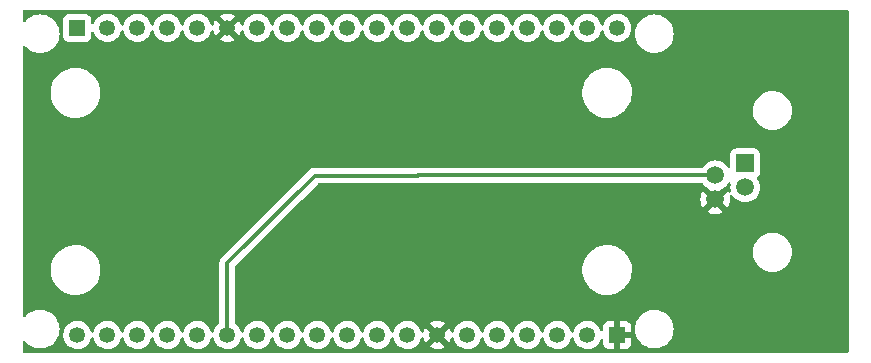
<source format=gbr>
%TF.GenerationSoftware,KiCad,Pcbnew,(6.0.7)*%
%TF.CreationDate,2022-11-27T14:48:19+01:00*%
%TF.ProjectId,LOOCBaseSystem,4c4f4f43-4261-4736-9553-797374656d2e,rev?*%
%TF.SameCoordinates,Original*%
%TF.FileFunction,Copper,L2,Bot*%
%TF.FilePolarity,Positive*%
%FSLAX46Y46*%
G04 Gerber Fmt 4.6, Leading zero omitted, Abs format (unit mm)*
G04 Created by KiCad (PCBNEW (6.0.7)) date 2022-11-27 14:48:19*
%MOMM*%
%LPD*%
G01*
G04 APERTURE LIST*
%TA.AperFunction,ComponentPad*%
%ADD10C,1.350000*%
%TD*%
%TA.AperFunction,ComponentPad*%
%ADD11R,1.350000X1.350000*%
%TD*%
%TA.AperFunction,ComponentPad*%
%ADD12R,1.500000X1.500000*%
%TD*%
%TA.AperFunction,ComponentPad*%
%ADD13C,1.500000*%
%TD*%
%TA.AperFunction,Conductor*%
%ADD14C,0.300000*%
%TD*%
G04 APERTURE END LIST*
D10*
%TO.P,U1,J5_19,3V3*%
%TO.N,unconnected-(U1-PadJ5_19)*%
X150860000Y-102000000D03*
%TO.P,U1,J5_18,EN*%
%TO.N,unconnected-(U1-PadJ5_18)*%
X148320000Y-102000000D03*
D11*
%TO.P,U1,J5_1,5V*%
%TO.N,VCC*%
X105140000Y-102000000D03*
D10*
%TO.P,U1,J5_17,SP*%
%TO.N,unconnected-(U1-PadJ5_17)*%
X145780000Y-102000000D03*
%TO.P,U1,J5_16,SN*%
%TO.N,unconnected-(U1-PadJ5_16)*%
X143240000Y-102000000D03*
%TO.P,U1,J5_15,G34*%
%TO.N,unconnected-(U1-PadJ5_15)*%
X140700000Y-102000000D03*
%TO.P,U1,J5_14,G35*%
%TO.N,unconnected-(U1-PadJ5_14)*%
X138160000Y-102000000D03*
%TO.P,U1,J5_13,G32*%
%TO.N,unconnected-(U1-PadJ5_13)*%
X135620000Y-102000000D03*
%TO.P,U1,J5_12,G33*%
%TO.N,unconnected-(U1-PadJ5_12)*%
X133080000Y-102000000D03*
%TO.P,U1,J5_11,G25*%
%TO.N,unconnected-(U1-PadJ5_11)*%
X130540000Y-102000000D03*
%TO.P,U1,J5_10,G26*%
%TO.N,unconnected-(U1-PadJ5_10)*%
X128000000Y-102000000D03*
%TO.P,U1,J5_9,G27*%
%TO.N,unconnected-(U1-PadJ5_9)*%
X125460000Y-102000000D03*
%TO.P,U1,J5_8,G14*%
%TO.N,unconnected-(U1-PadJ5_8)*%
X122920000Y-102000000D03*
%TO.P,U1,J5_7,G12*%
%TO.N,unconnected-(U1-PadJ5_7)*%
X120380000Y-102000000D03*
%TO.P,U1,J5_6,GND*%
%TO.N,GND*%
X117840000Y-102000000D03*
%TO.P,U1,J5_5,G13*%
%TO.N,unconnected-(U1-PadJ5_5)*%
X115300000Y-102000000D03*
%TO.P,U1,J5_4,SD2*%
%TO.N,unconnected-(U1-PadJ5_4)*%
X112760000Y-102000000D03*
%TO.P,U1,J5_3,SD3*%
%TO.N,unconnected-(U1-PadJ5_3)*%
X110220000Y-102000000D03*
%TO.P,U1,J5_2,CMD*%
%TO.N,unconnected-(U1-PadJ5_2)*%
X107680000Y-102000000D03*
%TO.P,U1,J4_19,CLK*%
%TO.N,unconnected-(U1-PadJ4_19)*%
X105140000Y-128000000D03*
%TO.P,U1,J4_18,SD0*%
%TO.N,unconnected-(U1-PadJ4_18)*%
X107680000Y-128000000D03*
%TO.P,U1,J4_17,SD1*%
%TO.N,unconnected-(U1-PadJ4_17)*%
X110220000Y-128000000D03*
%TO.P,U1,J4_16,G15*%
%TO.N,unconnected-(U1-PadJ4_16)*%
X112760000Y-128000000D03*
%TO.P,U1,J4_15,G2*%
%TO.N,DATA_B*%
X115300000Y-128000000D03*
%TO.P,U1,J4_14,G0*%
%TO.N,DATA_A*%
X117840000Y-128000000D03*
%TO.P,U1,J4_13,G4*%
%TO.N,unconnected-(U1-PadJ4_13)*%
X120380000Y-128000000D03*
%TO.P,U1,J4_12,G16*%
%TO.N,unconnected-(U1-PadJ4_12)*%
X122920000Y-128000000D03*
%TO.P,U1,J4_11,G17*%
%TO.N,unconnected-(U1-PadJ4_11)*%
X125460000Y-128000000D03*
%TO.P,U1,J4_10,G5*%
%TO.N,unconnected-(U1-PadJ4_10)*%
X128000000Y-128000000D03*
%TO.P,U1,J4_9,G18*%
%TO.N,unconnected-(U1-PadJ4_9)*%
X130540000Y-128000000D03*
%TO.P,U1,J4_8,G19*%
%TO.N,unconnected-(U1-PadJ4_8)*%
X133080000Y-128000000D03*
%TO.P,U1,J4_7,GND*%
%TO.N,GND*%
X135620000Y-128000000D03*
%TO.P,U1,J4_6,G21*%
%TO.N,unconnected-(U1-PadJ4_6)*%
X138160000Y-128000000D03*
%TO.P,U1,J4_5,RXD*%
%TO.N,unconnected-(U1-PadJ4_5)*%
X140700000Y-128000000D03*
%TO.P,U1,J4_4,TXD*%
%TO.N,unconnected-(U1-PadJ4_4)*%
X143240000Y-128000000D03*
%TO.P,U1,J4_3,G22*%
%TO.N,unconnected-(U1-PadJ4_3)*%
X145780000Y-128000000D03*
%TO.P,U1,J4_2,G23*%
%TO.N,unconnected-(U1-PadJ4_2)*%
X148320000Y-128000000D03*
D11*
%TO.P,U1,J4_1,GND*%
%TO.N,GND*%
X150860000Y-128000000D03*
%TD*%
D12*
%TO.P,J1,1*%
%TO.N,VCC*%
X161700000Y-113470000D03*
D13*
%TO.P,J1,2*%
%TO.N,DATA_A*%
X159160000Y-114490000D03*
%TO.P,J1,3*%
%TO.N,DATA_B*%
X161700000Y-115510000D03*
%TO.P,J1,4*%
%TO.N,GND*%
X159160000Y-116530000D03*
%TD*%
D14*
%TO.N,DATA_A*%
X134000000Y-114500000D02*
X134010000Y-114490000D01*
X134010000Y-114490000D02*
X159160000Y-114490000D01*
X125250000Y-114500000D02*
X134000000Y-114500000D01*
X117840000Y-121910000D02*
X125250000Y-114500000D01*
X117840000Y-128000000D02*
X117840000Y-121910000D01*
%TD*%
%TA.AperFunction,Conductor*%
%TO.N,GND*%
G36*
X170433621Y-100528502D02*
G01*
X170480114Y-100582158D01*
X170491500Y-100634500D01*
X170491500Y-129365500D01*
X170471498Y-129433621D01*
X170417842Y-129480114D01*
X170365500Y-129491500D01*
X100634500Y-129491500D01*
X100566379Y-129471498D01*
X100519886Y-129417842D01*
X100508500Y-129365500D01*
X100508500Y-128610428D01*
X100528502Y-128542307D01*
X100582158Y-128495814D01*
X100652432Y-128485710D01*
X100717012Y-128515204D01*
X100730309Y-128528596D01*
X100841369Y-128658631D01*
X101036884Y-128825616D01*
X101256113Y-128959960D01*
X101260683Y-128961853D01*
X101260687Y-128961855D01*
X101489087Y-129056461D01*
X101493660Y-129058355D01*
X101580502Y-129079204D01*
X101738861Y-129117223D01*
X101738867Y-129117224D01*
X101743674Y-129118378D01*
X101832965Y-129125405D01*
X101933363Y-129133307D01*
X101933372Y-129133307D01*
X101935820Y-129133500D01*
X102064180Y-129133500D01*
X102066628Y-129133307D01*
X102066637Y-129133307D01*
X102167035Y-129125405D01*
X102256326Y-129118378D01*
X102261133Y-129117224D01*
X102261139Y-129117223D01*
X102419498Y-129079204D01*
X102506340Y-129058355D01*
X102510913Y-129056461D01*
X102739313Y-128961855D01*
X102739317Y-128961853D01*
X102743887Y-128959960D01*
X102963116Y-128825616D01*
X103158631Y-128658631D01*
X103325616Y-128463116D01*
X103459960Y-128243887D01*
X103466674Y-128227680D01*
X103556461Y-128010913D01*
X103556462Y-128010911D01*
X103558355Y-128006340D01*
X103567347Y-127968887D01*
X103951837Y-127968887D01*
X103966063Y-128185933D01*
X103967484Y-128191529D01*
X103967485Y-128191534D01*
X103991415Y-128285756D01*
X104019605Y-128396753D01*
X104022022Y-128401996D01*
X104061796Y-128488272D01*
X104110668Y-128594285D01*
X104114001Y-128599001D01*
X104204099Y-128726486D01*
X104236204Y-128771914D01*
X104240346Y-128775949D01*
X104291331Y-128825616D01*
X104392009Y-128923692D01*
X104572863Y-129044536D01*
X104578171Y-129046817D01*
X104578172Y-129046817D01*
X104767409Y-129128119D01*
X104767412Y-129128120D01*
X104772712Y-129130397D01*
X104778342Y-129131671D01*
X104977025Y-129176629D01*
X104984860Y-129178402D01*
X104990631Y-129178629D01*
X104990633Y-129178629D01*
X105059336Y-129181328D01*
X105202205Y-129186941D01*
X105417466Y-129155730D01*
X105422930Y-129153875D01*
X105422935Y-129153874D01*
X105617963Y-129087671D01*
X105617968Y-129087669D01*
X105623435Y-129085813D01*
X105629296Y-129082531D01*
X105764158Y-129007004D01*
X105813213Y-128979532D01*
X105980446Y-128840446D01*
X106119532Y-128673213D01*
X106192843Y-128542307D01*
X106222989Y-128488478D01*
X106222990Y-128488476D01*
X106225813Y-128483435D01*
X106227669Y-128477968D01*
X106227671Y-128477963D01*
X106292614Y-128286646D01*
X106333451Y-128228569D01*
X106399204Y-128201791D01*
X106468996Y-128214812D01*
X106520669Y-128263499D01*
X106534050Y-128296131D01*
X106559605Y-128396753D01*
X106562022Y-128401996D01*
X106601796Y-128488272D01*
X106650668Y-128594285D01*
X106654001Y-128599001D01*
X106744099Y-128726486D01*
X106776204Y-128771914D01*
X106780346Y-128775949D01*
X106831331Y-128825616D01*
X106932009Y-128923692D01*
X107112863Y-129044536D01*
X107118171Y-129046817D01*
X107118172Y-129046817D01*
X107307409Y-129128119D01*
X107307412Y-129128120D01*
X107312712Y-129130397D01*
X107318342Y-129131671D01*
X107517025Y-129176629D01*
X107524860Y-129178402D01*
X107530631Y-129178629D01*
X107530633Y-129178629D01*
X107599336Y-129181328D01*
X107742205Y-129186941D01*
X107957466Y-129155730D01*
X107962930Y-129153875D01*
X107962935Y-129153874D01*
X108157963Y-129087671D01*
X108157968Y-129087669D01*
X108163435Y-129085813D01*
X108169296Y-129082531D01*
X108304158Y-129007004D01*
X108353213Y-128979532D01*
X108520446Y-128840446D01*
X108659532Y-128673213D01*
X108732843Y-128542307D01*
X108762989Y-128488478D01*
X108762990Y-128488476D01*
X108765813Y-128483435D01*
X108767669Y-128477968D01*
X108767671Y-128477963D01*
X108832614Y-128286646D01*
X108873451Y-128228569D01*
X108939204Y-128201791D01*
X109008996Y-128214812D01*
X109060669Y-128263499D01*
X109074050Y-128296131D01*
X109099605Y-128396753D01*
X109102022Y-128401996D01*
X109141796Y-128488272D01*
X109190668Y-128594285D01*
X109194001Y-128599001D01*
X109284099Y-128726486D01*
X109316204Y-128771914D01*
X109320346Y-128775949D01*
X109371331Y-128825616D01*
X109472009Y-128923692D01*
X109652863Y-129044536D01*
X109658171Y-129046817D01*
X109658172Y-129046817D01*
X109847409Y-129128119D01*
X109847412Y-129128120D01*
X109852712Y-129130397D01*
X109858342Y-129131671D01*
X110057025Y-129176629D01*
X110064860Y-129178402D01*
X110070631Y-129178629D01*
X110070633Y-129178629D01*
X110139336Y-129181328D01*
X110282205Y-129186941D01*
X110497466Y-129155730D01*
X110502930Y-129153875D01*
X110502935Y-129153874D01*
X110697963Y-129087671D01*
X110697968Y-129087669D01*
X110703435Y-129085813D01*
X110709296Y-129082531D01*
X110844158Y-129007004D01*
X110893213Y-128979532D01*
X111060446Y-128840446D01*
X111199532Y-128673213D01*
X111272843Y-128542307D01*
X111302989Y-128488478D01*
X111302990Y-128488476D01*
X111305813Y-128483435D01*
X111307669Y-128477968D01*
X111307671Y-128477963D01*
X111372614Y-128286646D01*
X111413451Y-128228569D01*
X111479204Y-128201791D01*
X111548996Y-128214812D01*
X111600669Y-128263499D01*
X111614050Y-128296131D01*
X111639605Y-128396753D01*
X111642022Y-128401996D01*
X111681796Y-128488272D01*
X111730668Y-128594285D01*
X111734001Y-128599001D01*
X111824099Y-128726486D01*
X111856204Y-128771914D01*
X111860346Y-128775949D01*
X111911331Y-128825616D01*
X112012009Y-128923692D01*
X112192863Y-129044536D01*
X112198171Y-129046817D01*
X112198172Y-129046817D01*
X112387409Y-129128119D01*
X112387412Y-129128120D01*
X112392712Y-129130397D01*
X112398342Y-129131671D01*
X112597025Y-129176629D01*
X112604860Y-129178402D01*
X112610631Y-129178629D01*
X112610633Y-129178629D01*
X112679336Y-129181328D01*
X112822205Y-129186941D01*
X113037466Y-129155730D01*
X113042930Y-129153875D01*
X113042935Y-129153874D01*
X113237963Y-129087671D01*
X113237968Y-129087669D01*
X113243435Y-129085813D01*
X113249296Y-129082531D01*
X113384158Y-129007004D01*
X113433213Y-128979532D01*
X113600446Y-128840446D01*
X113739532Y-128673213D01*
X113812843Y-128542307D01*
X113842989Y-128488478D01*
X113842990Y-128488476D01*
X113845813Y-128483435D01*
X113847669Y-128477968D01*
X113847671Y-128477963D01*
X113912614Y-128286646D01*
X113953451Y-128228569D01*
X114019204Y-128201791D01*
X114088996Y-128214812D01*
X114140669Y-128263499D01*
X114154050Y-128296131D01*
X114179605Y-128396753D01*
X114182022Y-128401996D01*
X114221796Y-128488272D01*
X114270668Y-128594285D01*
X114274001Y-128599001D01*
X114364099Y-128726486D01*
X114396204Y-128771914D01*
X114400346Y-128775949D01*
X114451331Y-128825616D01*
X114552009Y-128923692D01*
X114732863Y-129044536D01*
X114738171Y-129046817D01*
X114738172Y-129046817D01*
X114927409Y-129128119D01*
X114927412Y-129128120D01*
X114932712Y-129130397D01*
X114938342Y-129131671D01*
X115137025Y-129176629D01*
X115144860Y-129178402D01*
X115150631Y-129178629D01*
X115150633Y-129178629D01*
X115219336Y-129181328D01*
X115362205Y-129186941D01*
X115577466Y-129155730D01*
X115582930Y-129153875D01*
X115582935Y-129153874D01*
X115777963Y-129087671D01*
X115777968Y-129087669D01*
X115783435Y-129085813D01*
X115789296Y-129082531D01*
X115924158Y-129007004D01*
X115973213Y-128979532D01*
X116140446Y-128840446D01*
X116279532Y-128673213D01*
X116352843Y-128542307D01*
X116382989Y-128488478D01*
X116382990Y-128488476D01*
X116385813Y-128483435D01*
X116387669Y-128477968D01*
X116387671Y-128477963D01*
X116452614Y-128286646D01*
X116493451Y-128228569D01*
X116559204Y-128201791D01*
X116628996Y-128214812D01*
X116680669Y-128263499D01*
X116694050Y-128296131D01*
X116719605Y-128396753D01*
X116722022Y-128401996D01*
X116761796Y-128488272D01*
X116810668Y-128594285D01*
X116814001Y-128599001D01*
X116904099Y-128726486D01*
X116936204Y-128771914D01*
X116940346Y-128775949D01*
X116991331Y-128825616D01*
X117092009Y-128923692D01*
X117272863Y-129044536D01*
X117278171Y-129046817D01*
X117278172Y-129046817D01*
X117467409Y-129128119D01*
X117467412Y-129128120D01*
X117472712Y-129130397D01*
X117478342Y-129131671D01*
X117677025Y-129176629D01*
X117684860Y-129178402D01*
X117690631Y-129178629D01*
X117690633Y-129178629D01*
X117759336Y-129181328D01*
X117902205Y-129186941D01*
X118117466Y-129155730D01*
X118122930Y-129153875D01*
X118122935Y-129153874D01*
X118317963Y-129087671D01*
X118317968Y-129087669D01*
X118323435Y-129085813D01*
X118329296Y-129082531D01*
X118464158Y-129007004D01*
X118513213Y-128979532D01*
X118680446Y-128840446D01*
X118819532Y-128673213D01*
X118892843Y-128542307D01*
X118922989Y-128488478D01*
X118922990Y-128488476D01*
X118925813Y-128483435D01*
X118927669Y-128477968D01*
X118927671Y-128477963D01*
X118992614Y-128286646D01*
X119033451Y-128228569D01*
X119099204Y-128201791D01*
X119168996Y-128214812D01*
X119220669Y-128263499D01*
X119234050Y-128296131D01*
X119259605Y-128396753D01*
X119262022Y-128401996D01*
X119301796Y-128488272D01*
X119350668Y-128594285D01*
X119354001Y-128599001D01*
X119444099Y-128726486D01*
X119476204Y-128771914D01*
X119480346Y-128775949D01*
X119531331Y-128825616D01*
X119632009Y-128923692D01*
X119812863Y-129044536D01*
X119818171Y-129046817D01*
X119818172Y-129046817D01*
X120007409Y-129128119D01*
X120007412Y-129128120D01*
X120012712Y-129130397D01*
X120018342Y-129131671D01*
X120217025Y-129176629D01*
X120224860Y-129178402D01*
X120230631Y-129178629D01*
X120230633Y-129178629D01*
X120299336Y-129181328D01*
X120442205Y-129186941D01*
X120657466Y-129155730D01*
X120662930Y-129153875D01*
X120662935Y-129153874D01*
X120857963Y-129087671D01*
X120857968Y-129087669D01*
X120863435Y-129085813D01*
X120869296Y-129082531D01*
X121004158Y-129007004D01*
X121053213Y-128979532D01*
X121220446Y-128840446D01*
X121359532Y-128673213D01*
X121432843Y-128542307D01*
X121462989Y-128488478D01*
X121462990Y-128488476D01*
X121465813Y-128483435D01*
X121467669Y-128477968D01*
X121467671Y-128477963D01*
X121532614Y-128286646D01*
X121573451Y-128228569D01*
X121639204Y-128201791D01*
X121708996Y-128214812D01*
X121760669Y-128263499D01*
X121774050Y-128296131D01*
X121799605Y-128396753D01*
X121802022Y-128401996D01*
X121841796Y-128488272D01*
X121890668Y-128594285D01*
X121894001Y-128599001D01*
X121984099Y-128726486D01*
X122016204Y-128771914D01*
X122020346Y-128775949D01*
X122071331Y-128825616D01*
X122172009Y-128923692D01*
X122352863Y-129044536D01*
X122358171Y-129046817D01*
X122358172Y-129046817D01*
X122547409Y-129128119D01*
X122547412Y-129128120D01*
X122552712Y-129130397D01*
X122558342Y-129131671D01*
X122757025Y-129176629D01*
X122764860Y-129178402D01*
X122770631Y-129178629D01*
X122770633Y-129178629D01*
X122839336Y-129181328D01*
X122982205Y-129186941D01*
X123197466Y-129155730D01*
X123202930Y-129153875D01*
X123202935Y-129153874D01*
X123397963Y-129087671D01*
X123397968Y-129087669D01*
X123403435Y-129085813D01*
X123409296Y-129082531D01*
X123544158Y-129007004D01*
X123593213Y-128979532D01*
X123760446Y-128840446D01*
X123899532Y-128673213D01*
X123972843Y-128542307D01*
X124002989Y-128488478D01*
X124002990Y-128488476D01*
X124005813Y-128483435D01*
X124007669Y-128477968D01*
X124007671Y-128477963D01*
X124072614Y-128286646D01*
X124113451Y-128228569D01*
X124179204Y-128201791D01*
X124248996Y-128214812D01*
X124300669Y-128263499D01*
X124314050Y-128296131D01*
X124339605Y-128396753D01*
X124342022Y-128401996D01*
X124381796Y-128488272D01*
X124430668Y-128594285D01*
X124434001Y-128599001D01*
X124524099Y-128726486D01*
X124556204Y-128771914D01*
X124560346Y-128775949D01*
X124611331Y-128825616D01*
X124712009Y-128923692D01*
X124892863Y-129044536D01*
X124898171Y-129046817D01*
X124898172Y-129046817D01*
X125087409Y-129128119D01*
X125087412Y-129128120D01*
X125092712Y-129130397D01*
X125098342Y-129131671D01*
X125297025Y-129176629D01*
X125304860Y-129178402D01*
X125310631Y-129178629D01*
X125310633Y-129178629D01*
X125379336Y-129181328D01*
X125522205Y-129186941D01*
X125737466Y-129155730D01*
X125742930Y-129153875D01*
X125742935Y-129153874D01*
X125937963Y-129087671D01*
X125937968Y-129087669D01*
X125943435Y-129085813D01*
X125949296Y-129082531D01*
X126084158Y-129007004D01*
X126133213Y-128979532D01*
X126300446Y-128840446D01*
X126439532Y-128673213D01*
X126512843Y-128542307D01*
X126542989Y-128488478D01*
X126542990Y-128488476D01*
X126545813Y-128483435D01*
X126547669Y-128477968D01*
X126547671Y-128477963D01*
X126612614Y-128286646D01*
X126653451Y-128228569D01*
X126719204Y-128201791D01*
X126788996Y-128214812D01*
X126840669Y-128263499D01*
X126854050Y-128296131D01*
X126879605Y-128396753D01*
X126882022Y-128401996D01*
X126921796Y-128488272D01*
X126970668Y-128594285D01*
X126974001Y-128599001D01*
X127064099Y-128726486D01*
X127096204Y-128771914D01*
X127100346Y-128775949D01*
X127151331Y-128825616D01*
X127252009Y-128923692D01*
X127432863Y-129044536D01*
X127438171Y-129046817D01*
X127438172Y-129046817D01*
X127627409Y-129128119D01*
X127627412Y-129128120D01*
X127632712Y-129130397D01*
X127638342Y-129131671D01*
X127837025Y-129176629D01*
X127844860Y-129178402D01*
X127850631Y-129178629D01*
X127850633Y-129178629D01*
X127919336Y-129181328D01*
X128062205Y-129186941D01*
X128277466Y-129155730D01*
X128282930Y-129153875D01*
X128282935Y-129153874D01*
X128477963Y-129087671D01*
X128477968Y-129087669D01*
X128483435Y-129085813D01*
X128489296Y-129082531D01*
X128624158Y-129007004D01*
X128673213Y-128979532D01*
X128840446Y-128840446D01*
X128979532Y-128673213D01*
X129052843Y-128542307D01*
X129082989Y-128488478D01*
X129082990Y-128488476D01*
X129085813Y-128483435D01*
X129087669Y-128477968D01*
X129087671Y-128477963D01*
X129152614Y-128286646D01*
X129193451Y-128228569D01*
X129259204Y-128201791D01*
X129328996Y-128214812D01*
X129380669Y-128263499D01*
X129394050Y-128296131D01*
X129419605Y-128396753D01*
X129422022Y-128401996D01*
X129461796Y-128488272D01*
X129510668Y-128594285D01*
X129514001Y-128599001D01*
X129604099Y-128726486D01*
X129636204Y-128771914D01*
X129640346Y-128775949D01*
X129691331Y-128825616D01*
X129792009Y-128923692D01*
X129972863Y-129044536D01*
X129978171Y-129046817D01*
X129978172Y-129046817D01*
X130167409Y-129128119D01*
X130167412Y-129128120D01*
X130172712Y-129130397D01*
X130178342Y-129131671D01*
X130377025Y-129176629D01*
X130384860Y-129178402D01*
X130390631Y-129178629D01*
X130390633Y-129178629D01*
X130459336Y-129181328D01*
X130602205Y-129186941D01*
X130817466Y-129155730D01*
X130822930Y-129153875D01*
X130822935Y-129153874D01*
X131017963Y-129087671D01*
X131017968Y-129087669D01*
X131023435Y-129085813D01*
X131029296Y-129082531D01*
X131164158Y-129007004D01*
X131213213Y-128979532D01*
X131380446Y-128840446D01*
X131519532Y-128673213D01*
X131592843Y-128542307D01*
X131622989Y-128488478D01*
X131622990Y-128488476D01*
X131625813Y-128483435D01*
X131627669Y-128477968D01*
X131627671Y-128477963D01*
X131692614Y-128286646D01*
X131733451Y-128228569D01*
X131799204Y-128201791D01*
X131868996Y-128214812D01*
X131920669Y-128263499D01*
X131934050Y-128296131D01*
X131959605Y-128396753D01*
X131962022Y-128401996D01*
X132001796Y-128488272D01*
X132050668Y-128594285D01*
X132054001Y-128599001D01*
X132144099Y-128726486D01*
X132176204Y-128771914D01*
X132180346Y-128775949D01*
X132231331Y-128825616D01*
X132332009Y-128923692D01*
X132512863Y-129044536D01*
X132518171Y-129046817D01*
X132518172Y-129046817D01*
X132707409Y-129128119D01*
X132707412Y-129128120D01*
X132712712Y-129130397D01*
X132718342Y-129131671D01*
X132917025Y-129176629D01*
X132924860Y-129178402D01*
X132930631Y-129178629D01*
X132930633Y-129178629D01*
X132999336Y-129181328D01*
X133142205Y-129186941D01*
X133357466Y-129155730D01*
X133362930Y-129153875D01*
X133362935Y-129153874D01*
X133557963Y-129087671D01*
X133557968Y-129087669D01*
X133563435Y-129085813D01*
X133569296Y-129082531D01*
X133704158Y-129007004D01*
X133724934Y-128995369D01*
X134988991Y-128995369D01*
X134998872Y-129007857D01*
X135048304Y-129040887D01*
X135058407Y-129046373D01*
X135247560Y-129127640D01*
X135258503Y-129131195D01*
X135459289Y-129176629D01*
X135470699Y-129178131D01*
X135676411Y-129186213D01*
X135687893Y-129185611D01*
X135891627Y-129156072D01*
X135902823Y-129153384D01*
X136097763Y-129087210D01*
X136108272Y-129082531D01*
X136243135Y-129007004D01*
X136252999Y-128996926D01*
X136250044Y-128989255D01*
X135632811Y-128372021D01*
X135618868Y-128364408D01*
X135617034Y-128364539D01*
X135610420Y-128368790D01*
X134995184Y-128984027D01*
X134988991Y-128995369D01*
X133724934Y-128995369D01*
X133753213Y-128979532D01*
X133920446Y-128840446D01*
X134059532Y-128673213D01*
X134132843Y-128542307D01*
X134162989Y-128488478D01*
X134162990Y-128488476D01*
X134165813Y-128483435D01*
X134167669Y-128477968D01*
X134167671Y-128477963D01*
X134232909Y-128285777D01*
X134273746Y-128227700D01*
X134339499Y-128200922D01*
X134409291Y-128213943D01*
X134460964Y-128262630D01*
X134474345Y-128295262D01*
X134498657Y-128390990D01*
X134502495Y-128401828D01*
X134588684Y-128588786D01*
X134594440Y-128598755D01*
X134611972Y-128623563D01*
X134622563Y-128631954D01*
X134635862Y-128624927D01*
X135247979Y-128012811D01*
X135254356Y-128001132D01*
X135984408Y-128001132D01*
X135984539Y-128002966D01*
X135988790Y-128009580D01*
X136605344Y-128626133D01*
X136617719Y-128632890D01*
X136624299Y-128627964D01*
X136702531Y-128488272D01*
X136707210Y-128477763D01*
X136772388Y-128285756D01*
X136813225Y-128227680D01*
X136878978Y-128200902D01*
X136948770Y-128213923D01*
X137000444Y-128262610D01*
X137013824Y-128295242D01*
X137039605Y-128396753D01*
X137042022Y-128401996D01*
X137081796Y-128488272D01*
X137130668Y-128594285D01*
X137134001Y-128599001D01*
X137224099Y-128726486D01*
X137256204Y-128771914D01*
X137260346Y-128775949D01*
X137311331Y-128825616D01*
X137412009Y-128923692D01*
X137592863Y-129044536D01*
X137598171Y-129046817D01*
X137598172Y-129046817D01*
X137787409Y-129128119D01*
X137787412Y-129128120D01*
X137792712Y-129130397D01*
X137798342Y-129131671D01*
X137997025Y-129176629D01*
X138004860Y-129178402D01*
X138010631Y-129178629D01*
X138010633Y-129178629D01*
X138079336Y-129181328D01*
X138222205Y-129186941D01*
X138437466Y-129155730D01*
X138442930Y-129153875D01*
X138442935Y-129153874D01*
X138637963Y-129087671D01*
X138637968Y-129087669D01*
X138643435Y-129085813D01*
X138649296Y-129082531D01*
X138784158Y-129007004D01*
X138833213Y-128979532D01*
X139000446Y-128840446D01*
X139139532Y-128673213D01*
X139212843Y-128542307D01*
X139242989Y-128488478D01*
X139242990Y-128488476D01*
X139245813Y-128483435D01*
X139247669Y-128477968D01*
X139247671Y-128477963D01*
X139312614Y-128286646D01*
X139353451Y-128228569D01*
X139419204Y-128201791D01*
X139488996Y-128214812D01*
X139540669Y-128263499D01*
X139554050Y-128296131D01*
X139579605Y-128396753D01*
X139582022Y-128401996D01*
X139621796Y-128488272D01*
X139670668Y-128594285D01*
X139674001Y-128599001D01*
X139764099Y-128726486D01*
X139796204Y-128771914D01*
X139800346Y-128775949D01*
X139851331Y-128825616D01*
X139952009Y-128923692D01*
X140132863Y-129044536D01*
X140138171Y-129046817D01*
X140138172Y-129046817D01*
X140327409Y-129128119D01*
X140327412Y-129128120D01*
X140332712Y-129130397D01*
X140338342Y-129131671D01*
X140537025Y-129176629D01*
X140544860Y-129178402D01*
X140550631Y-129178629D01*
X140550633Y-129178629D01*
X140619336Y-129181328D01*
X140762205Y-129186941D01*
X140977466Y-129155730D01*
X140982930Y-129153875D01*
X140982935Y-129153874D01*
X141177963Y-129087671D01*
X141177968Y-129087669D01*
X141183435Y-129085813D01*
X141189296Y-129082531D01*
X141324158Y-129007004D01*
X141373213Y-128979532D01*
X141540446Y-128840446D01*
X141679532Y-128673213D01*
X141752843Y-128542307D01*
X141782989Y-128488478D01*
X141782990Y-128488476D01*
X141785813Y-128483435D01*
X141787669Y-128477968D01*
X141787671Y-128477963D01*
X141852614Y-128286646D01*
X141893451Y-128228569D01*
X141959204Y-128201791D01*
X142028996Y-128214812D01*
X142080669Y-128263499D01*
X142094050Y-128296131D01*
X142119605Y-128396753D01*
X142122022Y-128401996D01*
X142161796Y-128488272D01*
X142210668Y-128594285D01*
X142214001Y-128599001D01*
X142304099Y-128726486D01*
X142336204Y-128771914D01*
X142340346Y-128775949D01*
X142391331Y-128825616D01*
X142492009Y-128923692D01*
X142672863Y-129044536D01*
X142678171Y-129046817D01*
X142678172Y-129046817D01*
X142867409Y-129128119D01*
X142867412Y-129128120D01*
X142872712Y-129130397D01*
X142878342Y-129131671D01*
X143077025Y-129176629D01*
X143084860Y-129178402D01*
X143090631Y-129178629D01*
X143090633Y-129178629D01*
X143159336Y-129181328D01*
X143302205Y-129186941D01*
X143517466Y-129155730D01*
X143522930Y-129153875D01*
X143522935Y-129153874D01*
X143717963Y-129087671D01*
X143717968Y-129087669D01*
X143723435Y-129085813D01*
X143729296Y-129082531D01*
X143864158Y-129007004D01*
X143913213Y-128979532D01*
X144080446Y-128840446D01*
X144219532Y-128673213D01*
X144292843Y-128542307D01*
X144322989Y-128488478D01*
X144322990Y-128488476D01*
X144325813Y-128483435D01*
X144327669Y-128477968D01*
X144327671Y-128477963D01*
X144392614Y-128286646D01*
X144433451Y-128228569D01*
X144499204Y-128201791D01*
X144568996Y-128214812D01*
X144620669Y-128263499D01*
X144634050Y-128296131D01*
X144659605Y-128396753D01*
X144662022Y-128401996D01*
X144701796Y-128488272D01*
X144750668Y-128594285D01*
X144754001Y-128599001D01*
X144844099Y-128726486D01*
X144876204Y-128771914D01*
X144880346Y-128775949D01*
X144931331Y-128825616D01*
X145032009Y-128923692D01*
X145212863Y-129044536D01*
X145218171Y-129046817D01*
X145218172Y-129046817D01*
X145407409Y-129128119D01*
X145407412Y-129128120D01*
X145412712Y-129130397D01*
X145418342Y-129131671D01*
X145617025Y-129176629D01*
X145624860Y-129178402D01*
X145630631Y-129178629D01*
X145630633Y-129178629D01*
X145699336Y-129181328D01*
X145842205Y-129186941D01*
X146057466Y-129155730D01*
X146062930Y-129153875D01*
X146062935Y-129153874D01*
X146257963Y-129087671D01*
X146257968Y-129087669D01*
X146263435Y-129085813D01*
X146269296Y-129082531D01*
X146404158Y-129007004D01*
X146453213Y-128979532D01*
X146620446Y-128840446D01*
X146759532Y-128673213D01*
X146832843Y-128542307D01*
X146862989Y-128488478D01*
X146862990Y-128488476D01*
X146865813Y-128483435D01*
X146867669Y-128477968D01*
X146867671Y-128477963D01*
X146932614Y-128286646D01*
X146973451Y-128228569D01*
X147039204Y-128201791D01*
X147108996Y-128214812D01*
X147160669Y-128263499D01*
X147174050Y-128296131D01*
X147199605Y-128396753D01*
X147202022Y-128401996D01*
X147241796Y-128488272D01*
X147290668Y-128594285D01*
X147294001Y-128599001D01*
X147384099Y-128726486D01*
X147416204Y-128771914D01*
X147420346Y-128775949D01*
X147471331Y-128825616D01*
X147572009Y-128923692D01*
X147752863Y-129044536D01*
X147758171Y-129046817D01*
X147758172Y-129046817D01*
X147947409Y-129128119D01*
X147947412Y-129128120D01*
X147952712Y-129130397D01*
X147958342Y-129131671D01*
X148157025Y-129176629D01*
X148164860Y-129178402D01*
X148170631Y-129178629D01*
X148170633Y-129178629D01*
X148239336Y-129181328D01*
X148382205Y-129186941D01*
X148597466Y-129155730D01*
X148602930Y-129153875D01*
X148602935Y-129153874D01*
X148797963Y-129087671D01*
X148797968Y-129087669D01*
X148803435Y-129085813D01*
X148809296Y-129082531D01*
X148944158Y-129007004D01*
X148993213Y-128979532D01*
X149160446Y-128840446D01*
X149299532Y-128673213D01*
X149372843Y-128542307D01*
X149402989Y-128488478D01*
X149402990Y-128488476D01*
X149405813Y-128483435D01*
X149431688Y-128407208D01*
X149472525Y-128349133D01*
X149538278Y-128322355D01*
X149608070Y-128335376D01*
X149659743Y-128384063D01*
X149677001Y-128447711D01*
X149677001Y-128719669D01*
X149677371Y-128726490D01*
X149682895Y-128777352D01*
X149686521Y-128792604D01*
X149731676Y-128913054D01*
X149740214Y-128928649D01*
X149816715Y-129030724D01*
X149829276Y-129043285D01*
X149931351Y-129119786D01*
X149946946Y-129128324D01*
X150067394Y-129173478D01*
X150082649Y-129177105D01*
X150133514Y-129182631D01*
X150140328Y-129183000D01*
X150587885Y-129183000D01*
X150603124Y-129178525D01*
X150604329Y-129177135D01*
X150606000Y-129169452D01*
X150606000Y-129164884D01*
X151114000Y-129164884D01*
X151118475Y-129180123D01*
X151119865Y-129181328D01*
X151127548Y-129182999D01*
X151579669Y-129182999D01*
X151586490Y-129182629D01*
X151637352Y-129177105D01*
X151652604Y-129173479D01*
X151773054Y-129128324D01*
X151788649Y-129119786D01*
X151890724Y-129043285D01*
X151903285Y-129030724D01*
X151979786Y-128928649D01*
X151988324Y-128913054D01*
X152033478Y-128792606D01*
X152037105Y-128777351D01*
X152042631Y-128726486D01*
X152043000Y-128719672D01*
X152043000Y-128272115D01*
X152038525Y-128256876D01*
X152037135Y-128255671D01*
X152029452Y-128254000D01*
X151132115Y-128254000D01*
X151116876Y-128258475D01*
X151115671Y-128259865D01*
X151114000Y-128267548D01*
X151114000Y-129164884D01*
X150606000Y-129164884D01*
X150606000Y-127727885D01*
X151114000Y-127727885D01*
X151118475Y-127743124D01*
X151119865Y-127744329D01*
X151127548Y-127746000D01*
X152024884Y-127746000D01*
X152040123Y-127741525D01*
X152041328Y-127740135D01*
X152042999Y-127732452D01*
X152042999Y-127500000D01*
X152361449Y-127500000D01*
X152381622Y-127756326D01*
X152382776Y-127761133D01*
X152382777Y-127761139D01*
X152392573Y-127801940D01*
X152441645Y-128006340D01*
X152443538Y-128010911D01*
X152443539Y-128010913D01*
X152533327Y-128227680D01*
X152540040Y-128243887D01*
X152674384Y-128463116D01*
X152841369Y-128658631D01*
X153036884Y-128825616D01*
X153256113Y-128959960D01*
X153260683Y-128961853D01*
X153260687Y-128961855D01*
X153489087Y-129056461D01*
X153493660Y-129058355D01*
X153580502Y-129079204D01*
X153738861Y-129117223D01*
X153738867Y-129117224D01*
X153743674Y-129118378D01*
X153832965Y-129125405D01*
X153933363Y-129133307D01*
X153933372Y-129133307D01*
X153935820Y-129133500D01*
X154064180Y-129133500D01*
X154066628Y-129133307D01*
X154066637Y-129133307D01*
X154167035Y-129125405D01*
X154256326Y-129118378D01*
X154261133Y-129117224D01*
X154261139Y-129117223D01*
X154419498Y-129079204D01*
X154506340Y-129058355D01*
X154510913Y-129056461D01*
X154739313Y-128961855D01*
X154739317Y-128961853D01*
X154743887Y-128959960D01*
X154963116Y-128825616D01*
X155158631Y-128658631D01*
X155325616Y-128463116D01*
X155459960Y-128243887D01*
X155466674Y-128227680D01*
X155556461Y-128010913D01*
X155556462Y-128010911D01*
X155558355Y-128006340D01*
X155607427Y-127801940D01*
X155617223Y-127761139D01*
X155617224Y-127761133D01*
X155618378Y-127756326D01*
X155638551Y-127500000D01*
X155618378Y-127243674D01*
X155613331Y-127222649D01*
X155569692Y-127040882D01*
X155558355Y-126993660D01*
X155538676Y-126946150D01*
X155461855Y-126760687D01*
X155461853Y-126760683D01*
X155459960Y-126756113D01*
X155325616Y-126536884D01*
X155158631Y-126341369D01*
X154963116Y-126174384D01*
X154743887Y-126040040D01*
X154739317Y-126038147D01*
X154739313Y-126038145D01*
X154510913Y-125943539D01*
X154510911Y-125943538D01*
X154506340Y-125941645D01*
X154419498Y-125920796D01*
X154261139Y-125882777D01*
X154261133Y-125882776D01*
X154256326Y-125881622D01*
X154167035Y-125874595D01*
X154066637Y-125866693D01*
X154066628Y-125866693D01*
X154064180Y-125866500D01*
X153935820Y-125866500D01*
X153933372Y-125866693D01*
X153933363Y-125866693D01*
X153832965Y-125874595D01*
X153743674Y-125881622D01*
X153738867Y-125882776D01*
X153738861Y-125882777D01*
X153580502Y-125920796D01*
X153493660Y-125941645D01*
X153489089Y-125943538D01*
X153489087Y-125943539D01*
X153260687Y-126038145D01*
X153260683Y-126038147D01*
X153256113Y-126040040D01*
X153036884Y-126174384D01*
X152841369Y-126341369D01*
X152674384Y-126536884D01*
X152540040Y-126756113D01*
X152538147Y-126760683D01*
X152538145Y-126760687D01*
X152461324Y-126946150D01*
X152441645Y-126993660D01*
X152430308Y-127040882D01*
X152386670Y-127222649D01*
X152381622Y-127243674D01*
X152361449Y-127500000D01*
X152042999Y-127500000D01*
X152042999Y-127280331D01*
X152042629Y-127273510D01*
X152037105Y-127222648D01*
X152033479Y-127207396D01*
X151988324Y-127086946D01*
X151979786Y-127071351D01*
X151903285Y-126969276D01*
X151890724Y-126956715D01*
X151788649Y-126880214D01*
X151773054Y-126871676D01*
X151652606Y-126826522D01*
X151637351Y-126822895D01*
X151586486Y-126817369D01*
X151579672Y-126817000D01*
X151132115Y-126817000D01*
X151116876Y-126821475D01*
X151115671Y-126822865D01*
X151114000Y-126830548D01*
X151114000Y-127727885D01*
X150606000Y-127727885D01*
X150606000Y-126835116D01*
X150601525Y-126819877D01*
X150600135Y-126818672D01*
X150592452Y-126817001D01*
X150140331Y-126817001D01*
X150133510Y-126817371D01*
X150082648Y-126822895D01*
X150067396Y-126826521D01*
X149946946Y-126871676D01*
X149931351Y-126880214D01*
X149829276Y-126956715D01*
X149816715Y-126969276D01*
X149740214Y-127071351D01*
X149731676Y-127086946D01*
X149686522Y-127207394D01*
X149682895Y-127222649D01*
X149677369Y-127273514D01*
X149677000Y-127280328D01*
X149677000Y-127540227D01*
X149656998Y-127608348D01*
X149603342Y-127654841D01*
X149533068Y-127664945D01*
X149468488Y-127635451D01*
X149435839Y-127584017D01*
X149433263Y-127585006D01*
X149431195Y-127579619D01*
X149429626Y-127574055D01*
X149333423Y-127378974D01*
X149254673Y-127273514D01*
X149206733Y-127209315D01*
X149206732Y-127209314D01*
X149203280Y-127204691D01*
X149075904Y-127086946D01*
X149047796Y-127060963D01*
X149047793Y-127060961D01*
X149043556Y-127057044D01*
X148859599Y-126940976D01*
X148657572Y-126860376D01*
X148468993Y-126822865D01*
X148449905Y-126819068D01*
X148449904Y-126819068D01*
X148444239Y-126817941D01*
X148438464Y-126817865D01*
X148438460Y-126817865D01*
X148329419Y-126816438D01*
X148226746Y-126815094D01*
X148221049Y-126816073D01*
X148221048Y-126816073D01*
X148018065Y-126850952D01*
X148018062Y-126850953D01*
X148012375Y-126851930D01*
X147808307Y-126927214D01*
X147621376Y-127038427D01*
X147457842Y-127181842D01*
X147454270Y-127186373D01*
X147380202Y-127280328D01*
X147323181Y-127352658D01*
X147320493Y-127357767D01*
X147272543Y-127448906D01*
X147221905Y-127545154D01*
X147220192Y-127550671D01*
X147169647Y-127713449D01*
X147130344Y-127772574D01*
X147065315Y-127801064D01*
X146995205Y-127789874D01*
X146942276Y-127742556D01*
X146928049Y-127710295D01*
X146889626Y-127574055D01*
X146793423Y-127378974D01*
X146714673Y-127273514D01*
X146666733Y-127209315D01*
X146666732Y-127209314D01*
X146663280Y-127204691D01*
X146535904Y-127086946D01*
X146507796Y-127060963D01*
X146507793Y-127060961D01*
X146503556Y-127057044D01*
X146319599Y-126940976D01*
X146117572Y-126860376D01*
X145928993Y-126822865D01*
X145909905Y-126819068D01*
X145909904Y-126819068D01*
X145904239Y-126817941D01*
X145898464Y-126817865D01*
X145898460Y-126817865D01*
X145789419Y-126816438D01*
X145686746Y-126815094D01*
X145681049Y-126816073D01*
X145681048Y-126816073D01*
X145478065Y-126850952D01*
X145478062Y-126850953D01*
X145472375Y-126851930D01*
X145268307Y-126927214D01*
X145081376Y-127038427D01*
X144917842Y-127181842D01*
X144914270Y-127186373D01*
X144840202Y-127280328D01*
X144783181Y-127352658D01*
X144780493Y-127357767D01*
X144732543Y-127448906D01*
X144681905Y-127545154D01*
X144680192Y-127550671D01*
X144629647Y-127713449D01*
X144590344Y-127772574D01*
X144525315Y-127801064D01*
X144455205Y-127789874D01*
X144402276Y-127742556D01*
X144388049Y-127710295D01*
X144349626Y-127574055D01*
X144253423Y-127378974D01*
X144174673Y-127273514D01*
X144126733Y-127209315D01*
X144126732Y-127209314D01*
X144123280Y-127204691D01*
X143995904Y-127086946D01*
X143967796Y-127060963D01*
X143967793Y-127060961D01*
X143963556Y-127057044D01*
X143779599Y-126940976D01*
X143577572Y-126860376D01*
X143388993Y-126822865D01*
X143369905Y-126819068D01*
X143369904Y-126819068D01*
X143364239Y-126817941D01*
X143358464Y-126817865D01*
X143358460Y-126817865D01*
X143249419Y-126816438D01*
X143146746Y-126815094D01*
X143141049Y-126816073D01*
X143141048Y-126816073D01*
X142938065Y-126850952D01*
X142938062Y-126850953D01*
X142932375Y-126851930D01*
X142728307Y-126927214D01*
X142541376Y-127038427D01*
X142377842Y-127181842D01*
X142374270Y-127186373D01*
X142300202Y-127280328D01*
X142243181Y-127352658D01*
X142240493Y-127357767D01*
X142192543Y-127448906D01*
X142141905Y-127545154D01*
X142140192Y-127550671D01*
X142089647Y-127713449D01*
X142050344Y-127772574D01*
X141985315Y-127801064D01*
X141915205Y-127789874D01*
X141862276Y-127742556D01*
X141848049Y-127710295D01*
X141809626Y-127574055D01*
X141713423Y-127378974D01*
X141634673Y-127273514D01*
X141586733Y-127209315D01*
X141586732Y-127209314D01*
X141583280Y-127204691D01*
X141455904Y-127086946D01*
X141427796Y-127060963D01*
X141427793Y-127060961D01*
X141423556Y-127057044D01*
X141239599Y-126940976D01*
X141037572Y-126860376D01*
X140848993Y-126822865D01*
X140829905Y-126819068D01*
X140829904Y-126819068D01*
X140824239Y-126817941D01*
X140818464Y-126817865D01*
X140818460Y-126817865D01*
X140709419Y-126816438D01*
X140606746Y-126815094D01*
X140601049Y-126816073D01*
X140601048Y-126816073D01*
X140398065Y-126850952D01*
X140398062Y-126850953D01*
X140392375Y-126851930D01*
X140188307Y-126927214D01*
X140001376Y-127038427D01*
X139837842Y-127181842D01*
X139834270Y-127186373D01*
X139760202Y-127280328D01*
X139703181Y-127352658D01*
X139700493Y-127357767D01*
X139652543Y-127448906D01*
X139601905Y-127545154D01*
X139600192Y-127550671D01*
X139549647Y-127713449D01*
X139510344Y-127772574D01*
X139445315Y-127801064D01*
X139375205Y-127789874D01*
X139322276Y-127742556D01*
X139308049Y-127710295D01*
X139269626Y-127574055D01*
X139173423Y-127378974D01*
X139094673Y-127273514D01*
X139046733Y-127209315D01*
X139046732Y-127209314D01*
X139043280Y-127204691D01*
X138915904Y-127086946D01*
X138887796Y-127060963D01*
X138887793Y-127060961D01*
X138883556Y-127057044D01*
X138699599Y-126940976D01*
X138497572Y-126860376D01*
X138308993Y-126822865D01*
X138289905Y-126819068D01*
X138289904Y-126819068D01*
X138284239Y-126817941D01*
X138278464Y-126817865D01*
X138278460Y-126817865D01*
X138169419Y-126816438D01*
X138066746Y-126815094D01*
X138061049Y-126816073D01*
X138061048Y-126816073D01*
X137858065Y-126850952D01*
X137858062Y-126850953D01*
X137852375Y-126851930D01*
X137648307Y-126927214D01*
X137461376Y-127038427D01*
X137297842Y-127181842D01*
X137294270Y-127186373D01*
X137220202Y-127280328D01*
X137163181Y-127352658D01*
X137160493Y-127357767D01*
X137112543Y-127448906D01*
X137061905Y-127545154D01*
X137009375Y-127714328D01*
X136970074Y-127773449D01*
X136905044Y-127801940D01*
X136834935Y-127790750D01*
X136782005Y-127743433D01*
X136767775Y-127711162D01*
X136730725Y-127579794D01*
X136726603Y-127569055D01*
X136635548Y-127384414D01*
X136629659Y-127374805D01*
X136618458Y-127366399D01*
X136606042Y-127373169D01*
X135992021Y-127987189D01*
X135984408Y-128001132D01*
X135254356Y-128001132D01*
X135255592Y-127998868D01*
X135255461Y-127997034D01*
X135251210Y-127990420D01*
X134633004Y-127372215D01*
X134620629Y-127365458D01*
X134614663Y-127369924D01*
X134525061Y-127540227D01*
X134520651Y-127550874D01*
X134469896Y-127714330D01*
X134430593Y-127773455D01*
X134365564Y-127801946D01*
X134295455Y-127790756D01*
X134242525Y-127743439D01*
X134228295Y-127711167D01*
X134228047Y-127710285D01*
X134189626Y-127574055D01*
X134093423Y-127378974D01*
X134014673Y-127273514D01*
X133966733Y-127209315D01*
X133966732Y-127209314D01*
X133963280Y-127204691D01*
X133835904Y-127086946D01*
X133807796Y-127060963D01*
X133807793Y-127060961D01*
X133803556Y-127057044D01*
X133719413Y-127003954D01*
X134988067Y-127003954D01*
X134991553Y-127012342D01*
X135607189Y-127627979D01*
X135621132Y-127635592D01*
X135622966Y-127635461D01*
X135629580Y-127631210D01*
X136244662Y-127016127D01*
X136251419Y-127003752D01*
X136245389Y-126995696D01*
X136164256Y-126944505D01*
X136154008Y-126939284D01*
X135962799Y-126862999D01*
X135951762Y-126859730D01*
X135749853Y-126819567D01*
X135738408Y-126818364D01*
X135532567Y-126815670D01*
X135521087Y-126816573D01*
X135318202Y-126851435D01*
X135307082Y-126854415D01*
X135113940Y-126925669D01*
X135103562Y-126930619D01*
X134997665Y-126993621D01*
X134988067Y-127003954D01*
X133719413Y-127003954D01*
X133619599Y-126940976D01*
X133417572Y-126860376D01*
X133228993Y-126822865D01*
X133209905Y-126819068D01*
X133209904Y-126819068D01*
X133204239Y-126817941D01*
X133198464Y-126817865D01*
X133198460Y-126817865D01*
X133089419Y-126816438D01*
X132986746Y-126815094D01*
X132981049Y-126816073D01*
X132981048Y-126816073D01*
X132778065Y-126850952D01*
X132778062Y-126850953D01*
X132772375Y-126851930D01*
X132568307Y-126927214D01*
X132381376Y-127038427D01*
X132217842Y-127181842D01*
X132214270Y-127186373D01*
X132140202Y-127280328D01*
X132083181Y-127352658D01*
X132080493Y-127357767D01*
X132032543Y-127448906D01*
X131981905Y-127545154D01*
X131980192Y-127550671D01*
X131929647Y-127713449D01*
X131890344Y-127772574D01*
X131825315Y-127801064D01*
X131755205Y-127789874D01*
X131702276Y-127742556D01*
X131688049Y-127710295D01*
X131649626Y-127574055D01*
X131553423Y-127378974D01*
X131474673Y-127273514D01*
X131426733Y-127209315D01*
X131426732Y-127209314D01*
X131423280Y-127204691D01*
X131295904Y-127086946D01*
X131267796Y-127060963D01*
X131267793Y-127060961D01*
X131263556Y-127057044D01*
X131079599Y-126940976D01*
X130877572Y-126860376D01*
X130688993Y-126822865D01*
X130669905Y-126819068D01*
X130669904Y-126819068D01*
X130664239Y-126817941D01*
X130658464Y-126817865D01*
X130658460Y-126817865D01*
X130549419Y-126816438D01*
X130446746Y-126815094D01*
X130441049Y-126816073D01*
X130441048Y-126816073D01*
X130238065Y-126850952D01*
X130238062Y-126850953D01*
X130232375Y-126851930D01*
X130028307Y-126927214D01*
X129841376Y-127038427D01*
X129677842Y-127181842D01*
X129674270Y-127186373D01*
X129600202Y-127280328D01*
X129543181Y-127352658D01*
X129540493Y-127357767D01*
X129492543Y-127448906D01*
X129441905Y-127545154D01*
X129440192Y-127550671D01*
X129389647Y-127713449D01*
X129350344Y-127772574D01*
X129285315Y-127801064D01*
X129215205Y-127789874D01*
X129162276Y-127742556D01*
X129148049Y-127710295D01*
X129109626Y-127574055D01*
X129013423Y-127378974D01*
X128934673Y-127273514D01*
X128886733Y-127209315D01*
X128886732Y-127209314D01*
X128883280Y-127204691D01*
X128755904Y-127086946D01*
X128727796Y-127060963D01*
X128727793Y-127060961D01*
X128723556Y-127057044D01*
X128539599Y-126940976D01*
X128337572Y-126860376D01*
X128148993Y-126822865D01*
X128129905Y-126819068D01*
X128129904Y-126819068D01*
X128124239Y-126817941D01*
X128118464Y-126817865D01*
X128118460Y-126817865D01*
X128009419Y-126816438D01*
X127906746Y-126815094D01*
X127901049Y-126816073D01*
X127901048Y-126816073D01*
X127698065Y-126850952D01*
X127698062Y-126850953D01*
X127692375Y-126851930D01*
X127488307Y-126927214D01*
X127301376Y-127038427D01*
X127137842Y-127181842D01*
X127134270Y-127186373D01*
X127060202Y-127280328D01*
X127003181Y-127352658D01*
X127000493Y-127357767D01*
X126952543Y-127448906D01*
X126901905Y-127545154D01*
X126900192Y-127550671D01*
X126849647Y-127713449D01*
X126810344Y-127772574D01*
X126745315Y-127801064D01*
X126675205Y-127789874D01*
X126622276Y-127742556D01*
X126608049Y-127710295D01*
X126569626Y-127574055D01*
X126473423Y-127378974D01*
X126394673Y-127273514D01*
X126346733Y-127209315D01*
X126346732Y-127209314D01*
X126343280Y-127204691D01*
X126215904Y-127086946D01*
X126187796Y-127060963D01*
X126187793Y-127060961D01*
X126183556Y-127057044D01*
X125999599Y-126940976D01*
X125797572Y-126860376D01*
X125608993Y-126822865D01*
X125589905Y-126819068D01*
X125589904Y-126819068D01*
X125584239Y-126817941D01*
X125578464Y-126817865D01*
X125578460Y-126817865D01*
X125469419Y-126816438D01*
X125366746Y-126815094D01*
X125361049Y-126816073D01*
X125361048Y-126816073D01*
X125158065Y-126850952D01*
X125158062Y-126850953D01*
X125152375Y-126851930D01*
X124948307Y-126927214D01*
X124761376Y-127038427D01*
X124597842Y-127181842D01*
X124594270Y-127186373D01*
X124520202Y-127280328D01*
X124463181Y-127352658D01*
X124460493Y-127357767D01*
X124412543Y-127448906D01*
X124361905Y-127545154D01*
X124360192Y-127550671D01*
X124309647Y-127713449D01*
X124270344Y-127772574D01*
X124205315Y-127801064D01*
X124135205Y-127789874D01*
X124082276Y-127742556D01*
X124068049Y-127710295D01*
X124029626Y-127574055D01*
X123933423Y-127378974D01*
X123854673Y-127273514D01*
X123806733Y-127209315D01*
X123806732Y-127209314D01*
X123803280Y-127204691D01*
X123675904Y-127086946D01*
X123647796Y-127060963D01*
X123647793Y-127060961D01*
X123643556Y-127057044D01*
X123459599Y-126940976D01*
X123257572Y-126860376D01*
X123068993Y-126822865D01*
X123049905Y-126819068D01*
X123049904Y-126819068D01*
X123044239Y-126817941D01*
X123038464Y-126817865D01*
X123038460Y-126817865D01*
X122929419Y-126816438D01*
X122826746Y-126815094D01*
X122821049Y-126816073D01*
X122821048Y-126816073D01*
X122618065Y-126850952D01*
X122618062Y-126850953D01*
X122612375Y-126851930D01*
X122408307Y-126927214D01*
X122221376Y-127038427D01*
X122057842Y-127181842D01*
X122054270Y-127186373D01*
X121980202Y-127280328D01*
X121923181Y-127352658D01*
X121920493Y-127357767D01*
X121872543Y-127448906D01*
X121821905Y-127545154D01*
X121820192Y-127550671D01*
X121769647Y-127713449D01*
X121730344Y-127772574D01*
X121665315Y-127801064D01*
X121595205Y-127789874D01*
X121542276Y-127742556D01*
X121528049Y-127710295D01*
X121489626Y-127574055D01*
X121393423Y-127378974D01*
X121314673Y-127273514D01*
X121266733Y-127209315D01*
X121266732Y-127209314D01*
X121263280Y-127204691D01*
X121135904Y-127086946D01*
X121107796Y-127060963D01*
X121107793Y-127060961D01*
X121103556Y-127057044D01*
X120919599Y-126940976D01*
X120717572Y-126860376D01*
X120528993Y-126822865D01*
X120509905Y-126819068D01*
X120509904Y-126819068D01*
X120504239Y-126817941D01*
X120498464Y-126817865D01*
X120498460Y-126817865D01*
X120389419Y-126816438D01*
X120286746Y-126815094D01*
X120281049Y-126816073D01*
X120281048Y-126816073D01*
X120078065Y-126850952D01*
X120078062Y-126850953D01*
X120072375Y-126851930D01*
X119868307Y-126927214D01*
X119681376Y-127038427D01*
X119517842Y-127181842D01*
X119514270Y-127186373D01*
X119440202Y-127280328D01*
X119383181Y-127352658D01*
X119380493Y-127357767D01*
X119332543Y-127448906D01*
X119281905Y-127545154D01*
X119280192Y-127550671D01*
X119229647Y-127713449D01*
X119190344Y-127772574D01*
X119125315Y-127801064D01*
X119055205Y-127789874D01*
X119002276Y-127742556D01*
X118988049Y-127710295D01*
X118949626Y-127574055D01*
X118853423Y-127378974D01*
X118774673Y-127273514D01*
X118726733Y-127209315D01*
X118726732Y-127209314D01*
X118723280Y-127204691D01*
X118595904Y-127086946D01*
X118567796Y-127060963D01*
X118567793Y-127060961D01*
X118563556Y-127057044D01*
X118558673Y-127053963D01*
X118558669Y-127053960D01*
X118557269Y-127053077D01*
X118556749Y-127052487D01*
X118554089Y-127050446D01*
X118554490Y-127049924D01*
X118510328Y-126999812D01*
X118498500Y-126946513D01*
X118498500Y-122632703D01*
X147890743Y-122632703D01*
X147928268Y-122917734D01*
X148004129Y-123195036D01*
X148116923Y-123459476D01*
X148264561Y-123706161D01*
X148444313Y-123930528D01*
X148652851Y-124128423D01*
X148886317Y-124296186D01*
X148890112Y-124298195D01*
X148890113Y-124298196D01*
X148911869Y-124309715D01*
X149140392Y-124430712D01*
X149410373Y-124529511D01*
X149691264Y-124590755D01*
X149719841Y-124593004D01*
X149914282Y-124608307D01*
X149914291Y-124608307D01*
X149916739Y-124608500D01*
X150072271Y-124608500D01*
X150074407Y-124608354D01*
X150074418Y-124608354D01*
X150282548Y-124594165D01*
X150282554Y-124594164D01*
X150286825Y-124593873D01*
X150291020Y-124593004D01*
X150291022Y-124593004D01*
X150427584Y-124564723D01*
X150568342Y-124535574D01*
X150839343Y-124439607D01*
X151094812Y-124307750D01*
X151098313Y-124305289D01*
X151098317Y-124305287D01*
X151212418Y-124225095D01*
X151330023Y-124142441D01*
X151540622Y-123946740D01*
X151722713Y-123724268D01*
X151872927Y-123479142D01*
X151988483Y-123215898D01*
X152067244Y-122939406D01*
X152107751Y-122654784D01*
X152107819Y-122641991D01*
X152109235Y-122371583D01*
X152109235Y-122371576D01*
X152109257Y-122367297D01*
X152106441Y-122345903D01*
X152082865Y-122166829D01*
X152071732Y-122082266D01*
X151995871Y-121804964D01*
X151949409Y-121696037D01*
X151884763Y-121544476D01*
X151884761Y-121544472D01*
X151883077Y-121540524D01*
X151735439Y-121293839D01*
X151555687Y-121069472D01*
X151482479Y-121000000D01*
X162336372Y-121000000D01*
X162356854Y-121260249D01*
X162358008Y-121265056D01*
X162358009Y-121265062D01*
X162391453Y-121404363D01*
X162417796Y-121514089D01*
X162419689Y-121518660D01*
X162419690Y-121518662D01*
X162502072Y-121717548D01*
X162517697Y-121755271D01*
X162654097Y-121977856D01*
X162823637Y-122176363D01*
X163022144Y-122345903D01*
X163244729Y-122482303D01*
X163249299Y-122484196D01*
X163249303Y-122484198D01*
X163481338Y-122580310D01*
X163485911Y-122582204D01*
X163574931Y-122603576D01*
X163734938Y-122641991D01*
X163734944Y-122641992D01*
X163739751Y-122643146D01*
X163830884Y-122650318D01*
X163932385Y-122658307D01*
X163932394Y-122658307D01*
X163934842Y-122658500D01*
X164065158Y-122658500D01*
X164067606Y-122658307D01*
X164067615Y-122658307D01*
X164169116Y-122650318D01*
X164260249Y-122643146D01*
X164265056Y-122641992D01*
X164265062Y-122641991D01*
X164425069Y-122603576D01*
X164514089Y-122582204D01*
X164518662Y-122580310D01*
X164750697Y-122484198D01*
X164750701Y-122484196D01*
X164755271Y-122482303D01*
X164977856Y-122345903D01*
X165176363Y-122176363D01*
X165345903Y-121977856D01*
X165482303Y-121755271D01*
X165497929Y-121717548D01*
X165580310Y-121518662D01*
X165580311Y-121518660D01*
X165582204Y-121514089D01*
X165608547Y-121404363D01*
X165641991Y-121265062D01*
X165641992Y-121265056D01*
X165643146Y-121260249D01*
X165663628Y-121000000D01*
X165643146Y-120739751D01*
X165641992Y-120734944D01*
X165641991Y-120734938D01*
X165583359Y-120490723D01*
X165582204Y-120485911D01*
X165575816Y-120470489D01*
X165484198Y-120249303D01*
X165484196Y-120249299D01*
X165482303Y-120244729D01*
X165345903Y-120022144D01*
X165176363Y-119823637D01*
X164977856Y-119654097D01*
X164755271Y-119517697D01*
X164750701Y-119515804D01*
X164750697Y-119515802D01*
X164518662Y-119419690D01*
X164518660Y-119419689D01*
X164514089Y-119417796D01*
X164425069Y-119396424D01*
X164265062Y-119358009D01*
X164265056Y-119358008D01*
X164260249Y-119356854D01*
X164169116Y-119349682D01*
X164067615Y-119341693D01*
X164067606Y-119341693D01*
X164065158Y-119341500D01*
X163934842Y-119341500D01*
X163932394Y-119341693D01*
X163932385Y-119341693D01*
X163830884Y-119349682D01*
X163739751Y-119356854D01*
X163734944Y-119358008D01*
X163734938Y-119358009D01*
X163574931Y-119396424D01*
X163485911Y-119417796D01*
X163481340Y-119419689D01*
X163481338Y-119419690D01*
X163249303Y-119515802D01*
X163249299Y-119515804D01*
X163244729Y-119517697D01*
X163022144Y-119654097D01*
X162823637Y-119823637D01*
X162654097Y-120022144D01*
X162517697Y-120244729D01*
X162515804Y-120249299D01*
X162515802Y-120249303D01*
X162424184Y-120470489D01*
X162417796Y-120485911D01*
X162416641Y-120490723D01*
X162358009Y-120734938D01*
X162358008Y-120734944D01*
X162356854Y-120739751D01*
X162336372Y-121000000D01*
X151482479Y-121000000D01*
X151347149Y-120871577D01*
X151113683Y-120703814D01*
X151091843Y-120692250D01*
X151068654Y-120679972D01*
X150859608Y-120569288D01*
X150631770Y-120485911D01*
X150593658Y-120471964D01*
X150593656Y-120471963D01*
X150589627Y-120470489D01*
X150308736Y-120409245D01*
X150277685Y-120406801D01*
X150085718Y-120391693D01*
X150085709Y-120391693D01*
X150083261Y-120391500D01*
X149927729Y-120391500D01*
X149925593Y-120391646D01*
X149925582Y-120391646D01*
X149717452Y-120405835D01*
X149717446Y-120405836D01*
X149713175Y-120406127D01*
X149708980Y-120406996D01*
X149708978Y-120406996D01*
X149572417Y-120435276D01*
X149431658Y-120464426D01*
X149160657Y-120560393D01*
X148905188Y-120692250D01*
X148901687Y-120694711D01*
X148901683Y-120694713D01*
X148787583Y-120774904D01*
X148669977Y-120857559D01*
X148459378Y-121053260D01*
X148277287Y-121275732D01*
X148127073Y-121520858D01*
X148011517Y-121784102D01*
X147932756Y-122060594D01*
X147892249Y-122345216D01*
X147892227Y-122349505D01*
X147892226Y-122349512D01*
X147891001Y-122583359D01*
X147890743Y-122632703D01*
X118498500Y-122632703D01*
X118498500Y-122234950D01*
X118518502Y-122166829D01*
X118535405Y-122145855D01*
X123101098Y-117580161D01*
X158474393Y-117580161D01*
X158483687Y-117592175D01*
X158524088Y-117620464D01*
X158533584Y-117625947D01*
X158723113Y-117714326D01*
X158733405Y-117718072D01*
X158935401Y-117772196D01*
X158946196Y-117774099D01*
X159154525Y-117792326D01*
X159165475Y-117792326D01*
X159373804Y-117774099D01*
X159384599Y-117772196D01*
X159586595Y-117718072D01*
X159596887Y-117714326D01*
X159786416Y-117625947D01*
X159795912Y-117620464D01*
X159837148Y-117591590D01*
X159845523Y-117581112D01*
X159838457Y-117567668D01*
X159172811Y-116902021D01*
X159158868Y-116894408D01*
X159157034Y-116894539D01*
X159150420Y-116898790D01*
X158480820Y-117568391D01*
X158474393Y-117580161D01*
X123101098Y-117580161D01*
X124145784Y-116535475D01*
X157897674Y-116535475D01*
X157915901Y-116743804D01*
X157917804Y-116754599D01*
X157971928Y-116956595D01*
X157975674Y-116966887D01*
X158064054Y-117156417D01*
X158069534Y-117165907D01*
X158098411Y-117207149D01*
X158108887Y-117215523D01*
X158122334Y-117208455D01*
X158787979Y-116542811D01*
X158795592Y-116528868D01*
X158795461Y-116527034D01*
X158791210Y-116520420D01*
X158121609Y-115850820D01*
X158109839Y-115844393D01*
X158097824Y-115853689D01*
X158069534Y-115894093D01*
X158064054Y-115903583D01*
X157975674Y-116093113D01*
X157971928Y-116103405D01*
X157917804Y-116305401D01*
X157915901Y-116316196D01*
X157897674Y-116524525D01*
X157897674Y-116535475D01*
X124145784Y-116535475D01*
X125485854Y-115195405D01*
X125548166Y-115161379D01*
X125574949Y-115158500D01*
X133917944Y-115158500D01*
X133929800Y-115159059D01*
X133929803Y-115159059D01*
X133937537Y-115160788D01*
X134008369Y-115158562D01*
X134012327Y-115158500D01*
X134041432Y-115158500D01*
X134045832Y-115157944D01*
X134057664Y-115157012D01*
X134103831Y-115155562D01*
X134111448Y-115153349D01*
X134119271Y-115152110D01*
X134119303Y-115152310D01*
X134146070Y-115148500D01*
X158019151Y-115148500D01*
X158087272Y-115168502D01*
X158122363Y-115202228D01*
X158192251Y-115302038D01*
X158347962Y-115457749D01*
X158352471Y-115460906D01*
X158352473Y-115460908D01*
X158523842Y-115580903D01*
X158523848Y-115580907D01*
X158528346Y-115584056D01*
X158592380Y-115613915D01*
X158628225Y-115639014D01*
X159147189Y-116157979D01*
X159161132Y-116165592D01*
X159162966Y-116165461D01*
X159169580Y-116161210D01*
X159691775Y-115639014D01*
X159727620Y-115613915D01*
X159791654Y-115584056D01*
X159796152Y-115580907D01*
X159796158Y-115580903D01*
X159967527Y-115460908D01*
X159967529Y-115460906D01*
X159972038Y-115457749D01*
X160127749Y-115302038D01*
X160139464Y-115285308D01*
X160244471Y-115135342D01*
X160299928Y-115091014D01*
X160370547Y-115083705D01*
X160433908Y-115115736D01*
X160469893Y-115176937D01*
X160469390Y-115240225D01*
X160457310Y-115285308D01*
X160457309Y-115285317D01*
X160455885Y-115290629D01*
X160436693Y-115510000D01*
X160455885Y-115729371D01*
X160457307Y-115734677D01*
X160457308Y-115734684D01*
X160469769Y-115781188D01*
X160468079Y-115852164D01*
X160428285Y-115910960D01*
X160363020Y-115938908D01*
X160293007Y-115927134D01*
X160244848Y-115886068D01*
X160221590Y-115852852D01*
X160211113Y-115844477D01*
X160197666Y-115851545D01*
X159532021Y-116517189D01*
X159524408Y-116531132D01*
X159524539Y-116532966D01*
X159528790Y-116539580D01*
X160198391Y-117209180D01*
X160210161Y-117215607D01*
X160222176Y-117206311D01*
X160250466Y-117165907D01*
X160255946Y-117156417D01*
X160344326Y-116966887D01*
X160348072Y-116956595D01*
X160402196Y-116754599D01*
X160404099Y-116743804D01*
X160422326Y-116535475D01*
X160422326Y-116524525D01*
X160404099Y-116316196D01*
X160402195Y-116305398D01*
X160389770Y-116259024D01*
X160391460Y-116188047D01*
X160431255Y-116129252D01*
X160496520Y-116101305D01*
X160566533Y-116113079D01*
X160614690Y-116154144D01*
X160729088Y-116317522D01*
X160729092Y-116317527D01*
X160732251Y-116322038D01*
X160887962Y-116477749D01*
X161068346Y-116604056D01*
X161267924Y-116697120D01*
X161480629Y-116754115D01*
X161700000Y-116773307D01*
X161919371Y-116754115D01*
X162132076Y-116697120D01*
X162331654Y-116604056D01*
X162512038Y-116477749D01*
X162667749Y-116322038D01*
X162670912Y-116317522D01*
X162790899Y-116146162D01*
X162790900Y-116146160D01*
X162794056Y-116141653D01*
X162796379Y-116136671D01*
X162796382Y-116136666D01*
X162884795Y-115947061D01*
X162887120Y-115942076D01*
X162944115Y-115729371D01*
X162963307Y-115510000D01*
X162944115Y-115290629D01*
X162887120Y-115077924D01*
X162814447Y-114922076D01*
X162796382Y-114883334D01*
X162796379Y-114883329D01*
X162794056Y-114878347D01*
X162735129Y-114794191D01*
X162712442Y-114726919D01*
X162729727Y-114658059D01*
X162762778Y-114621096D01*
X162806081Y-114588642D01*
X162813261Y-114583261D01*
X162900615Y-114466705D01*
X162951745Y-114330316D01*
X162958500Y-114268134D01*
X162958500Y-112671866D01*
X162951745Y-112609684D01*
X162900615Y-112473295D01*
X162813261Y-112356739D01*
X162696705Y-112269385D01*
X162560316Y-112218255D01*
X162498134Y-112211500D01*
X160901866Y-112211500D01*
X160839684Y-112218255D01*
X160703295Y-112269385D01*
X160586739Y-112356739D01*
X160499385Y-112473295D01*
X160448255Y-112609684D01*
X160441500Y-112671866D01*
X160441500Y-113726424D01*
X160421498Y-113794545D01*
X160367842Y-113841038D01*
X160297568Y-113851142D01*
X160232988Y-113821648D01*
X160212287Y-113798695D01*
X160130908Y-113682473D01*
X160130906Y-113682470D01*
X160127749Y-113677962D01*
X159972038Y-113522251D01*
X159791654Y-113395944D01*
X159592076Y-113302880D01*
X159379371Y-113245885D01*
X159160000Y-113226693D01*
X158940629Y-113245885D01*
X158727924Y-113302880D01*
X158634562Y-113346415D01*
X158533334Y-113393618D01*
X158533329Y-113393621D01*
X158528347Y-113395944D01*
X158523840Y-113399100D01*
X158523838Y-113399101D01*
X158352473Y-113519092D01*
X158352470Y-113519094D01*
X158347962Y-113522251D01*
X158192251Y-113677962D01*
X158189094Y-113682470D01*
X158189092Y-113682473D01*
X158122364Y-113777771D01*
X158066907Y-113822099D01*
X158019151Y-113831500D01*
X134092056Y-113831500D01*
X134080200Y-113830941D01*
X134080197Y-113830941D01*
X134072463Y-113829212D01*
X134017446Y-113830941D01*
X134001631Y-113831438D01*
X133997673Y-113831500D01*
X133968568Y-113831500D01*
X133964168Y-113832056D01*
X133952336Y-113832988D01*
X133906169Y-113834438D01*
X133898552Y-113836651D01*
X133890729Y-113837890D01*
X133890697Y-113837690D01*
X133863930Y-113841500D01*
X125332056Y-113841500D01*
X125320200Y-113840941D01*
X125320197Y-113840941D01*
X125312463Y-113839212D01*
X125257446Y-113840941D01*
X125241631Y-113841438D01*
X125237673Y-113841500D01*
X125208568Y-113841500D01*
X125204168Y-113842056D01*
X125192336Y-113842988D01*
X125146169Y-113844438D01*
X125125579Y-113850420D01*
X125106218Y-113854430D01*
X125099230Y-113855312D01*
X125092796Y-113856125D01*
X125092795Y-113856125D01*
X125084936Y-113857118D01*
X125077571Y-113860034D01*
X125077567Y-113860035D01*
X125041982Y-113874124D01*
X125030752Y-113877969D01*
X124986399Y-113890855D01*
X124979575Y-113894891D01*
X124967943Y-113901770D01*
X124950187Y-113910469D01*
X124930244Y-113918365D01*
X124904224Y-113937270D01*
X124892868Y-113945520D01*
X124882949Y-113952035D01*
X124850020Y-113971510D01*
X124850018Y-113971512D01*
X124843193Y-113975548D01*
X124828026Y-113990714D01*
X124813003Y-114003545D01*
X124802056Y-114011499D01*
X124802054Y-114011501D01*
X124795643Y-114016159D01*
X124790591Y-114022266D01*
X124766193Y-114051758D01*
X124758203Y-114060538D01*
X117432395Y-121386345D01*
X117423615Y-121394335D01*
X117423613Y-121394337D01*
X117416920Y-121398584D01*
X117411494Y-121404362D01*
X117411493Y-121404363D01*
X117368396Y-121450257D01*
X117365641Y-121453099D01*
X117345073Y-121473667D01*
X117342356Y-121477170D01*
X117334648Y-121486195D01*
X117303028Y-121519867D01*
X117299207Y-121526818D01*
X117299206Y-121526819D01*
X117292697Y-121538658D01*
X117281843Y-121555182D01*
X117274018Y-121565271D01*
X117268696Y-121572132D01*
X117265549Y-121579404D01*
X117265548Y-121579406D01*
X117250346Y-121614535D01*
X117245124Y-121625195D01*
X117222876Y-121665663D01*
X117217541Y-121686441D01*
X117211142Y-121705131D01*
X117202620Y-121724824D01*
X117201380Y-121732655D01*
X117195394Y-121770448D01*
X117192987Y-121782071D01*
X117186047Y-121809103D01*
X117181500Y-121826812D01*
X117181500Y-121848259D01*
X117179949Y-121867969D01*
X117176594Y-121889152D01*
X117177340Y-121897043D01*
X117180941Y-121935138D01*
X117181500Y-121946996D01*
X117181500Y-126946150D01*
X117161498Y-127014271D01*
X117138578Y-127040881D01*
X116977842Y-127181842D01*
X116974270Y-127186373D01*
X116900202Y-127280328D01*
X116843181Y-127352658D01*
X116840493Y-127357767D01*
X116792543Y-127448906D01*
X116741905Y-127545154D01*
X116740192Y-127550671D01*
X116689647Y-127713449D01*
X116650344Y-127772574D01*
X116585315Y-127801064D01*
X116515205Y-127789874D01*
X116462276Y-127742556D01*
X116448049Y-127710295D01*
X116409626Y-127574055D01*
X116313423Y-127378974D01*
X116234673Y-127273514D01*
X116186733Y-127209315D01*
X116186732Y-127209314D01*
X116183280Y-127204691D01*
X116055904Y-127086946D01*
X116027796Y-127060963D01*
X116027793Y-127060961D01*
X116023556Y-127057044D01*
X115839599Y-126940976D01*
X115637572Y-126860376D01*
X115448993Y-126822865D01*
X115429905Y-126819068D01*
X115429904Y-126819068D01*
X115424239Y-126817941D01*
X115418464Y-126817865D01*
X115418460Y-126817865D01*
X115309419Y-126816438D01*
X115206746Y-126815094D01*
X115201049Y-126816073D01*
X115201048Y-126816073D01*
X114998065Y-126850952D01*
X114998062Y-126850953D01*
X114992375Y-126851930D01*
X114788307Y-126927214D01*
X114601376Y-127038427D01*
X114437842Y-127181842D01*
X114434270Y-127186373D01*
X114360202Y-127280328D01*
X114303181Y-127352658D01*
X114300493Y-127357767D01*
X114252543Y-127448906D01*
X114201905Y-127545154D01*
X114200192Y-127550671D01*
X114149647Y-127713449D01*
X114110344Y-127772574D01*
X114045315Y-127801064D01*
X113975205Y-127789874D01*
X113922276Y-127742556D01*
X113908049Y-127710295D01*
X113869626Y-127574055D01*
X113773423Y-127378974D01*
X113694673Y-127273514D01*
X113646733Y-127209315D01*
X113646732Y-127209314D01*
X113643280Y-127204691D01*
X113515904Y-127086946D01*
X113487796Y-127060963D01*
X113487793Y-127060961D01*
X113483556Y-127057044D01*
X113299599Y-126940976D01*
X113097572Y-126860376D01*
X112908993Y-126822865D01*
X112889905Y-126819068D01*
X112889904Y-126819068D01*
X112884239Y-126817941D01*
X112878464Y-126817865D01*
X112878460Y-126817865D01*
X112769419Y-126816438D01*
X112666746Y-126815094D01*
X112661049Y-126816073D01*
X112661048Y-126816073D01*
X112458065Y-126850952D01*
X112458062Y-126850953D01*
X112452375Y-126851930D01*
X112248307Y-126927214D01*
X112061376Y-127038427D01*
X111897842Y-127181842D01*
X111894270Y-127186373D01*
X111820202Y-127280328D01*
X111763181Y-127352658D01*
X111760493Y-127357767D01*
X111712543Y-127448906D01*
X111661905Y-127545154D01*
X111660192Y-127550671D01*
X111609647Y-127713449D01*
X111570344Y-127772574D01*
X111505315Y-127801064D01*
X111435205Y-127789874D01*
X111382276Y-127742556D01*
X111368049Y-127710295D01*
X111329626Y-127574055D01*
X111233423Y-127378974D01*
X111154673Y-127273514D01*
X111106733Y-127209315D01*
X111106732Y-127209314D01*
X111103280Y-127204691D01*
X110975904Y-127086946D01*
X110947796Y-127060963D01*
X110947793Y-127060961D01*
X110943556Y-127057044D01*
X110759599Y-126940976D01*
X110557572Y-126860376D01*
X110368993Y-126822865D01*
X110349905Y-126819068D01*
X110349904Y-126819068D01*
X110344239Y-126817941D01*
X110338464Y-126817865D01*
X110338460Y-126817865D01*
X110229419Y-126816438D01*
X110126746Y-126815094D01*
X110121049Y-126816073D01*
X110121048Y-126816073D01*
X109918065Y-126850952D01*
X109918062Y-126850953D01*
X109912375Y-126851930D01*
X109708307Y-126927214D01*
X109521376Y-127038427D01*
X109357842Y-127181842D01*
X109354270Y-127186373D01*
X109280202Y-127280328D01*
X109223181Y-127352658D01*
X109220493Y-127357767D01*
X109172543Y-127448906D01*
X109121905Y-127545154D01*
X109120192Y-127550671D01*
X109069647Y-127713449D01*
X109030344Y-127772574D01*
X108965315Y-127801064D01*
X108895205Y-127789874D01*
X108842276Y-127742556D01*
X108828049Y-127710295D01*
X108789626Y-127574055D01*
X108693423Y-127378974D01*
X108614673Y-127273514D01*
X108566733Y-127209315D01*
X108566732Y-127209314D01*
X108563280Y-127204691D01*
X108435904Y-127086946D01*
X108407796Y-127060963D01*
X108407793Y-127060961D01*
X108403556Y-127057044D01*
X108219599Y-126940976D01*
X108017572Y-126860376D01*
X107828993Y-126822865D01*
X107809905Y-126819068D01*
X107809904Y-126819068D01*
X107804239Y-126817941D01*
X107798464Y-126817865D01*
X107798460Y-126817865D01*
X107689419Y-126816438D01*
X107586746Y-126815094D01*
X107581049Y-126816073D01*
X107581048Y-126816073D01*
X107378065Y-126850952D01*
X107378062Y-126850953D01*
X107372375Y-126851930D01*
X107168307Y-126927214D01*
X106981376Y-127038427D01*
X106817842Y-127181842D01*
X106814270Y-127186373D01*
X106740202Y-127280328D01*
X106683181Y-127352658D01*
X106680493Y-127357767D01*
X106632543Y-127448906D01*
X106581905Y-127545154D01*
X106580192Y-127550671D01*
X106529647Y-127713449D01*
X106490344Y-127772574D01*
X106425315Y-127801064D01*
X106355205Y-127789874D01*
X106302276Y-127742556D01*
X106288049Y-127710295D01*
X106249626Y-127574055D01*
X106153423Y-127378974D01*
X106074673Y-127273514D01*
X106026733Y-127209315D01*
X106026732Y-127209314D01*
X106023280Y-127204691D01*
X105895904Y-127086946D01*
X105867796Y-127060963D01*
X105867793Y-127060961D01*
X105863556Y-127057044D01*
X105679599Y-126940976D01*
X105477572Y-126860376D01*
X105288993Y-126822865D01*
X105269905Y-126819068D01*
X105269904Y-126819068D01*
X105264239Y-126817941D01*
X105258464Y-126817865D01*
X105258460Y-126817865D01*
X105149419Y-126816438D01*
X105046746Y-126815094D01*
X105041049Y-126816073D01*
X105041048Y-126816073D01*
X104838065Y-126850952D01*
X104838062Y-126850953D01*
X104832375Y-126851930D01*
X104628307Y-126927214D01*
X104441376Y-127038427D01*
X104277842Y-127181842D01*
X104274270Y-127186373D01*
X104200202Y-127280328D01*
X104143181Y-127352658D01*
X104140493Y-127357767D01*
X104092543Y-127448906D01*
X104041905Y-127545154D01*
X104026864Y-127593594D01*
X103980059Y-127744329D01*
X103977403Y-127752882D01*
X103951837Y-127968887D01*
X103567347Y-127968887D01*
X103607427Y-127801940D01*
X103617223Y-127761139D01*
X103617224Y-127761133D01*
X103618378Y-127756326D01*
X103638551Y-127500000D01*
X103618378Y-127243674D01*
X103613331Y-127222649D01*
X103569692Y-127040882D01*
X103558355Y-126993660D01*
X103538676Y-126946150D01*
X103461855Y-126760687D01*
X103461853Y-126760683D01*
X103459960Y-126756113D01*
X103325616Y-126536884D01*
X103158631Y-126341369D01*
X102963116Y-126174384D01*
X102743887Y-126040040D01*
X102739317Y-126038147D01*
X102739313Y-126038145D01*
X102510913Y-125943539D01*
X102510911Y-125943538D01*
X102506340Y-125941645D01*
X102419498Y-125920796D01*
X102261139Y-125882777D01*
X102261133Y-125882776D01*
X102256326Y-125881622D01*
X102167035Y-125874595D01*
X102066637Y-125866693D01*
X102066628Y-125866693D01*
X102064180Y-125866500D01*
X101935820Y-125866500D01*
X101933372Y-125866693D01*
X101933363Y-125866693D01*
X101832965Y-125874595D01*
X101743674Y-125881622D01*
X101738867Y-125882776D01*
X101738861Y-125882777D01*
X101580502Y-125920796D01*
X101493660Y-125941645D01*
X101489089Y-125943538D01*
X101489087Y-125943539D01*
X101260687Y-126038145D01*
X101260683Y-126038147D01*
X101256113Y-126040040D01*
X101036884Y-126174384D01*
X100841369Y-126341369D01*
X100784125Y-126408394D01*
X100730311Y-126471402D01*
X100670861Y-126510211D01*
X100599866Y-126510719D01*
X100539867Y-126472763D01*
X100509914Y-126408394D01*
X100508500Y-126389572D01*
X100508500Y-122632703D01*
X102890743Y-122632703D01*
X102928268Y-122917734D01*
X103004129Y-123195036D01*
X103116923Y-123459476D01*
X103264561Y-123706161D01*
X103444313Y-123930528D01*
X103652851Y-124128423D01*
X103886317Y-124296186D01*
X103890112Y-124298195D01*
X103890113Y-124298196D01*
X103911869Y-124309715D01*
X104140392Y-124430712D01*
X104410373Y-124529511D01*
X104691264Y-124590755D01*
X104719841Y-124593004D01*
X104914282Y-124608307D01*
X104914291Y-124608307D01*
X104916739Y-124608500D01*
X105072271Y-124608500D01*
X105074407Y-124608354D01*
X105074418Y-124608354D01*
X105282548Y-124594165D01*
X105282554Y-124594164D01*
X105286825Y-124593873D01*
X105291020Y-124593004D01*
X105291022Y-124593004D01*
X105427584Y-124564723D01*
X105568342Y-124535574D01*
X105839343Y-124439607D01*
X106094812Y-124307750D01*
X106098313Y-124305289D01*
X106098317Y-124305287D01*
X106212418Y-124225095D01*
X106330023Y-124142441D01*
X106540622Y-123946740D01*
X106722713Y-123724268D01*
X106872927Y-123479142D01*
X106988483Y-123215898D01*
X107067244Y-122939406D01*
X107107751Y-122654784D01*
X107107819Y-122641991D01*
X107109235Y-122371583D01*
X107109235Y-122371576D01*
X107109257Y-122367297D01*
X107106441Y-122345903D01*
X107082865Y-122166829D01*
X107071732Y-122082266D01*
X106995871Y-121804964D01*
X106949409Y-121696037D01*
X106884763Y-121544476D01*
X106884761Y-121544472D01*
X106883077Y-121540524D01*
X106735439Y-121293839D01*
X106555687Y-121069472D01*
X106347149Y-120871577D01*
X106113683Y-120703814D01*
X106091843Y-120692250D01*
X106068654Y-120679972D01*
X105859608Y-120569288D01*
X105631770Y-120485911D01*
X105593658Y-120471964D01*
X105593656Y-120471963D01*
X105589627Y-120470489D01*
X105308736Y-120409245D01*
X105277685Y-120406801D01*
X105085718Y-120391693D01*
X105085709Y-120391693D01*
X105083261Y-120391500D01*
X104927729Y-120391500D01*
X104925593Y-120391646D01*
X104925582Y-120391646D01*
X104717452Y-120405835D01*
X104717446Y-120405836D01*
X104713175Y-120406127D01*
X104708980Y-120406996D01*
X104708978Y-120406996D01*
X104572417Y-120435276D01*
X104431658Y-120464426D01*
X104160657Y-120560393D01*
X103905188Y-120692250D01*
X103901687Y-120694711D01*
X103901683Y-120694713D01*
X103787583Y-120774904D01*
X103669977Y-120857559D01*
X103459378Y-121053260D01*
X103277287Y-121275732D01*
X103127073Y-121520858D01*
X103011517Y-121784102D01*
X102932756Y-122060594D01*
X102892249Y-122345216D01*
X102892227Y-122349505D01*
X102892226Y-122349512D01*
X102891001Y-122583359D01*
X102890743Y-122632703D01*
X100508500Y-122632703D01*
X100508500Y-107632703D01*
X102890743Y-107632703D01*
X102891302Y-107636947D01*
X102891302Y-107636951D01*
X102893650Y-107654784D01*
X102928268Y-107917734D01*
X103004129Y-108195036D01*
X103116923Y-108459476D01*
X103264561Y-108706161D01*
X103444313Y-108930528D01*
X103652851Y-109128423D01*
X103886317Y-109296186D01*
X103890112Y-109298195D01*
X103890113Y-109298196D01*
X103911869Y-109309715D01*
X104140392Y-109430712D01*
X104164699Y-109439607D01*
X104380727Y-109518662D01*
X104410373Y-109529511D01*
X104691264Y-109590755D01*
X104719841Y-109593004D01*
X104914282Y-109608307D01*
X104914291Y-109608307D01*
X104916739Y-109608500D01*
X105072271Y-109608500D01*
X105074407Y-109608354D01*
X105074418Y-109608354D01*
X105282548Y-109594165D01*
X105282554Y-109594164D01*
X105286825Y-109593873D01*
X105291020Y-109593004D01*
X105291022Y-109593004D01*
X105427583Y-109564724D01*
X105568342Y-109535574D01*
X105839343Y-109439607D01*
X106094812Y-109307750D01*
X106098313Y-109305289D01*
X106098317Y-109305287D01*
X106212418Y-109225095D01*
X106330023Y-109142441D01*
X106540622Y-108946740D01*
X106722713Y-108724268D01*
X106872927Y-108479142D01*
X106988483Y-108215898D01*
X107067244Y-107939406D01*
X107107751Y-107654784D01*
X107107845Y-107636951D01*
X107107867Y-107632703D01*
X147890743Y-107632703D01*
X147891302Y-107636947D01*
X147891302Y-107636951D01*
X147893650Y-107654784D01*
X147928268Y-107917734D01*
X148004129Y-108195036D01*
X148116923Y-108459476D01*
X148264561Y-108706161D01*
X148444313Y-108930528D01*
X148652851Y-109128423D01*
X148886317Y-109296186D01*
X148890112Y-109298195D01*
X148890113Y-109298196D01*
X148911869Y-109309715D01*
X149140392Y-109430712D01*
X149164699Y-109439607D01*
X149380727Y-109518662D01*
X149410373Y-109529511D01*
X149691264Y-109590755D01*
X149719841Y-109593004D01*
X149914282Y-109608307D01*
X149914291Y-109608307D01*
X149916739Y-109608500D01*
X150072271Y-109608500D01*
X150074407Y-109608354D01*
X150074418Y-109608354D01*
X150282548Y-109594165D01*
X150282554Y-109594164D01*
X150286825Y-109593873D01*
X150291020Y-109593004D01*
X150291022Y-109593004D01*
X150427583Y-109564724D01*
X150568342Y-109535574D01*
X150839343Y-109439607D01*
X151094812Y-109307750D01*
X151098313Y-109305289D01*
X151098317Y-109305287D01*
X151212417Y-109225096D01*
X151330023Y-109142441D01*
X151483308Y-109000000D01*
X162336372Y-109000000D01*
X162356854Y-109260249D01*
X162358008Y-109265056D01*
X162358009Y-109265062D01*
X162396424Y-109425069D01*
X162417796Y-109514089D01*
X162419689Y-109518660D01*
X162419690Y-109518662D01*
X162450965Y-109594165D01*
X162517697Y-109755271D01*
X162654097Y-109977856D01*
X162823637Y-110176363D01*
X163022144Y-110345903D01*
X163244729Y-110482303D01*
X163249299Y-110484196D01*
X163249303Y-110484198D01*
X163481338Y-110580310D01*
X163485911Y-110582204D01*
X163574931Y-110603576D01*
X163734938Y-110641991D01*
X163734944Y-110641992D01*
X163739751Y-110643146D01*
X163830884Y-110650318D01*
X163932385Y-110658307D01*
X163932394Y-110658307D01*
X163934842Y-110658500D01*
X164065158Y-110658500D01*
X164067606Y-110658307D01*
X164067615Y-110658307D01*
X164169116Y-110650318D01*
X164260249Y-110643146D01*
X164265056Y-110641992D01*
X164265062Y-110641991D01*
X164425069Y-110603576D01*
X164514089Y-110582204D01*
X164518662Y-110580310D01*
X164750697Y-110484198D01*
X164750701Y-110484196D01*
X164755271Y-110482303D01*
X164977856Y-110345903D01*
X165176363Y-110176363D01*
X165345903Y-109977856D01*
X165482303Y-109755271D01*
X165549036Y-109594165D01*
X165580310Y-109518662D01*
X165580311Y-109518660D01*
X165582204Y-109514089D01*
X165603576Y-109425069D01*
X165641991Y-109265062D01*
X165641992Y-109265056D01*
X165643146Y-109260249D01*
X165663628Y-109000000D01*
X165643146Y-108739751D01*
X165641992Y-108734944D01*
X165641991Y-108734938D01*
X165583359Y-108490723D01*
X165582204Y-108485911D01*
X165577771Y-108475208D01*
X165484198Y-108249303D01*
X165484196Y-108249299D01*
X165482303Y-108244729D01*
X165345903Y-108022144D01*
X165176363Y-107823637D01*
X164977856Y-107654097D01*
X164755271Y-107517697D01*
X164750701Y-107515804D01*
X164750697Y-107515802D01*
X164518662Y-107419690D01*
X164518660Y-107419689D01*
X164514089Y-107417796D01*
X164425069Y-107396424D01*
X164265062Y-107358009D01*
X164265056Y-107358008D01*
X164260249Y-107356854D01*
X164166960Y-107349512D01*
X164067615Y-107341693D01*
X164067606Y-107341693D01*
X164065158Y-107341500D01*
X163934842Y-107341500D01*
X163932394Y-107341693D01*
X163932385Y-107341693D01*
X163833040Y-107349512D01*
X163739751Y-107356854D01*
X163734944Y-107358008D01*
X163734938Y-107358009D01*
X163574931Y-107396424D01*
X163485911Y-107417796D01*
X163481340Y-107419689D01*
X163481338Y-107419690D01*
X163249303Y-107515802D01*
X163249299Y-107515804D01*
X163244729Y-107517697D01*
X163022144Y-107654097D01*
X162823637Y-107823637D01*
X162654097Y-108022144D01*
X162517697Y-108244729D01*
X162515804Y-108249299D01*
X162515802Y-108249303D01*
X162422229Y-108475208D01*
X162417796Y-108485911D01*
X162416641Y-108490723D01*
X162358009Y-108734938D01*
X162358008Y-108734944D01*
X162356854Y-108739751D01*
X162336372Y-109000000D01*
X151483308Y-109000000D01*
X151540622Y-108946740D01*
X151722713Y-108724268D01*
X151872927Y-108479142D01*
X151988483Y-108215898D01*
X152067244Y-107939406D01*
X152107751Y-107654784D01*
X152107845Y-107636951D01*
X152109235Y-107371583D01*
X152109235Y-107371576D01*
X152109257Y-107367297D01*
X152071732Y-107082266D01*
X151995871Y-106804964D01*
X151883077Y-106540524D01*
X151735439Y-106293839D01*
X151555687Y-106069472D01*
X151347149Y-105871577D01*
X151113683Y-105703814D01*
X151091843Y-105692250D01*
X151068654Y-105679972D01*
X150859608Y-105569288D01*
X150589627Y-105470489D01*
X150308736Y-105409245D01*
X150277685Y-105406801D01*
X150085718Y-105391693D01*
X150085709Y-105391693D01*
X150083261Y-105391500D01*
X149927729Y-105391500D01*
X149925593Y-105391646D01*
X149925582Y-105391646D01*
X149717452Y-105405835D01*
X149717446Y-105405836D01*
X149713175Y-105406127D01*
X149708980Y-105406996D01*
X149708978Y-105406996D01*
X149572416Y-105435277D01*
X149431658Y-105464426D01*
X149160657Y-105560393D01*
X148905188Y-105692250D01*
X148901687Y-105694711D01*
X148901683Y-105694713D01*
X148891594Y-105701804D01*
X148669977Y-105857559D01*
X148459378Y-106053260D01*
X148277287Y-106275732D01*
X148127073Y-106520858D01*
X148011517Y-106784102D01*
X147932756Y-107060594D01*
X147892249Y-107345216D01*
X147892227Y-107349505D01*
X147892226Y-107349512D01*
X147890765Y-107628417D01*
X147890743Y-107632703D01*
X107107867Y-107632703D01*
X107109235Y-107371583D01*
X107109235Y-107371576D01*
X107109257Y-107367297D01*
X107071732Y-107082266D01*
X106995871Y-106804964D01*
X106883077Y-106540524D01*
X106735439Y-106293839D01*
X106555687Y-106069472D01*
X106347149Y-105871577D01*
X106113683Y-105703814D01*
X106091843Y-105692250D01*
X106068654Y-105679972D01*
X105859608Y-105569288D01*
X105589627Y-105470489D01*
X105308736Y-105409245D01*
X105277685Y-105406801D01*
X105085718Y-105391693D01*
X105085709Y-105391693D01*
X105083261Y-105391500D01*
X104927729Y-105391500D01*
X104925593Y-105391646D01*
X104925582Y-105391646D01*
X104717452Y-105405835D01*
X104717446Y-105405836D01*
X104713175Y-105406127D01*
X104708980Y-105406996D01*
X104708978Y-105406996D01*
X104572416Y-105435277D01*
X104431658Y-105464426D01*
X104160657Y-105560393D01*
X103905188Y-105692250D01*
X103901687Y-105694711D01*
X103901683Y-105694713D01*
X103891594Y-105701804D01*
X103669977Y-105857559D01*
X103459378Y-106053260D01*
X103277287Y-106275732D01*
X103127073Y-106520858D01*
X103011517Y-106784102D01*
X102932756Y-107060594D01*
X102892249Y-107345216D01*
X102892227Y-107349505D01*
X102892226Y-107349512D01*
X102890765Y-107628417D01*
X102890743Y-107632703D01*
X100508500Y-107632703D01*
X100508500Y-103610428D01*
X100528502Y-103542307D01*
X100582158Y-103495814D01*
X100652432Y-103485710D01*
X100717012Y-103515204D01*
X100730309Y-103528596D01*
X100841369Y-103658631D01*
X101036884Y-103825616D01*
X101256113Y-103959960D01*
X101260683Y-103961853D01*
X101260687Y-103961855D01*
X101489087Y-104056461D01*
X101493660Y-104058355D01*
X101580502Y-104079204D01*
X101738861Y-104117223D01*
X101738867Y-104117224D01*
X101743674Y-104118378D01*
X101832965Y-104125405D01*
X101933363Y-104133307D01*
X101933372Y-104133307D01*
X101935820Y-104133500D01*
X102064180Y-104133500D01*
X102066628Y-104133307D01*
X102066637Y-104133307D01*
X102167035Y-104125405D01*
X102256326Y-104118378D01*
X102261133Y-104117224D01*
X102261139Y-104117223D01*
X102419498Y-104079204D01*
X102506340Y-104058355D01*
X102510913Y-104056461D01*
X102739313Y-103961855D01*
X102739317Y-103961853D01*
X102743887Y-103959960D01*
X102963116Y-103825616D01*
X103158631Y-103658631D01*
X103325616Y-103463116D01*
X103459960Y-103243887D01*
X103483850Y-103186213D01*
X103556461Y-103010913D01*
X103556462Y-103010911D01*
X103558355Y-103006340D01*
X103580693Y-102913297D01*
X103617223Y-102761139D01*
X103617224Y-102761133D01*
X103618378Y-102756326D01*
X103620990Y-102723134D01*
X103956500Y-102723134D01*
X103963255Y-102785316D01*
X104014385Y-102921705D01*
X104101739Y-103038261D01*
X104218295Y-103125615D01*
X104354684Y-103176745D01*
X104416866Y-103183500D01*
X105863134Y-103183500D01*
X105925316Y-103176745D01*
X106061705Y-103125615D01*
X106178261Y-103038261D01*
X106265615Y-102921705D01*
X106316745Y-102785316D01*
X106323500Y-102723134D01*
X106323500Y-102458877D01*
X106343502Y-102390756D01*
X106397158Y-102344263D01*
X106467432Y-102334159D01*
X106532012Y-102363653D01*
X106563926Y-102406126D01*
X106604930Y-102495070D01*
X106650668Y-102594285D01*
X106654001Y-102599001D01*
X106741730Y-102723134D01*
X106776204Y-102771914D01*
X106932009Y-102923692D01*
X107112863Y-103044536D01*
X107118171Y-103046817D01*
X107118172Y-103046817D01*
X107307409Y-103128119D01*
X107307412Y-103128120D01*
X107312712Y-103130397D01*
X107318342Y-103131671D01*
X107517025Y-103176629D01*
X107524860Y-103178402D01*
X107530631Y-103178629D01*
X107530633Y-103178629D01*
X107603620Y-103181496D01*
X107742205Y-103186941D01*
X107957466Y-103155730D01*
X107962930Y-103153875D01*
X107962935Y-103153874D01*
X108157963Y-103087671D01*
X108157968Y-103087669D01*
X108163435Y-103085813D01*
X108169296Y-103082531D01*
X108304158Y-103007004D01*
X108353213Y-102979532D01*
X108520446Y-102840446D01*
X108659532Y-102673213D01*
X108765813Y-102483435D01*
X108767669Y-102477968D01*
X108767671Y-102477963D01*
X108832614Y-102286646D01*
X108873451Y-102228569D01*
X108939204Y-102201791D01*
X109008996Y-102214812D01*
X109060669Y-102263499D01*
X109074050Y-102296131D01*
X109099605Y-102396753D01*
X109102022Y-102401996D01*
X109147202Y-102500000D01*
X109190668Y-102594285D01*
X109194001Y-102599001D01*
X109281730Y-102723134D01*
X109316204Y-102771914D01*
X109472009Y-102923692D01*
X109652863Y-103044536D01*
X109658171Y-103046817D01*
X109658172Y-103046817D01*
X109847409Y-103128119D01*
X109847412Y-103128120D01*
X109852712Y-103130397D01*
X109858342Y-103131671D01*
X110057025Y-103176629D01*
X110064860Y-103178402D01*
X110070631Y-103178629D01*
X110070633Y-103178629D01*
X110143620Y-103181496D01*
X110282205Y-103186941D01*
X110497466Y-103155730D01*
X110502930Y-103153875D01*
X110502935Y-103153874D01*
X110697963Y-103087671D01*
X110697968Y-103087669D01*
X110703435Y-103085813D01*
X110709296Y-103082531D01*
X110844158Y-103007004D01*
X110893213Y-102979532D01*
X111060446Y-102840446D01*
X111199532Y-102673213D01*
X111305813Y-102483435D01*
X111307669Y-102477968D01*
X111307671Y-102477963D01*
X111372614Y-102286646D01*
X111413451Y-102228569D01*
X111479204Y-102201791D01*
X111548996Y-102214812D01*
X111600669Y-102263499D01*
X111614050Y-102296131D01*
X111639605Y-102396753D01*
X111642022Y-102401996D01*
X111687202Y-102500000D01*
X111730668Y-102594285D01*
X111734001Y-102599001D01*
X111821730Y-102723134D01*
X111856204Y-102771914D01*
X112012009Y-102923692D01*
X112192863Y-103044536D01*
X112198171Y-103046817D01*
X112198172Y-103046817D01*
X112387409Y-103128119D01*
X112387412Y-103128120D01*
X112392712Y-103130397D01*
X112398342Y-103131671D01*
X112597025Y-103176629D01*
X112604860Y-103178402D01*
X112610631Y-103178629D01*
X112610633Y-103178629D01*
X112683620Y-103181496D01*
X112822205Y-103186941D01*
X113037466Y-103155730D01*
X113042930Y-103153875D01*
X113042935Y-103153874D01*
X113237963Y-103087671D01*
X113237968Y-103087669D01*
X113243435Y-103085813D01*
X113249296Y-103082531D01*
X113384158Y-103007004D01*
X113433213Y-102979532D01*
X113600446Y-102840446D01*
X113739532Y-102673213D01*
X113845813Y-102483435D01*
X113847669Y-102477968D01*
X113847671Y-102477963D01*
X113912614Y-102286646D01*
X113953451Y-102228569D01*
X114019204Y-102201791D01*
X114088996Y-102214812D01*
X114140669Y-102263499D01*
X114154050Y-102296131D01*
X114179605Y-102396753D01*
X114182022Y-102401996D01*
X114227202Y-102500000D01*
X114270668Y-102594285D01*
X114274001Y-102599001D01*
X114361730Y-102723134D01*
X114396204Y-102771914D01*
X114552009Y-102923692D01*
X114732863Y-103044536D01*
X114738171Y-103046817D01*
X114738172Y-103046817D01*
X114927409Y-103128119D01*
X114927412Y-103128120D01*
X114932712Y-103130397D01*
X114938342Y-103131671D01*
X115137025Y-103176629D01*
X115144860Y-103178402D01*
X115150631Y-103178629D01*
X115150633Y-103178629D01*
X115223620Y-103181496D01*
X115362205Y-103186941D01*
X115577466Y-103155730D01*
X115582930Y-103153875D01*
X115582935Y-103153874D01*
X115777963Y-103087671D01*
X115777968Y-103087669D01*
X115783435Y-103085813D01*
X115789296Y-103082531D01*
X115924158Y-103007004D01*
X115944934Y-102995369D01*
X117208991Y-102995369D01*
X117218872Y-103007857D01*
X117268304Y-103040887D01*
X117278407Y-103046373D01*
X117467560Y-103127640D01*
X117478503Y-103131195D01*
X117679289Y-103176629D01*
X117690699Y-103178131D01*
X117896411Y-103186213D01*
X117907893Y-103185611D01*
X118111627Y-103156072D01*
X118122823Y-103153384D01*
X118317763Y-103087210D01*
X118328272Y-103082531D01*
X118463135Y-103007004D01*
X118472999Y-102996926D01*
X118470044Y-102989255D01*
X117852811Y-102372021D01*
X117838868Y-102364408D01*
X117837034Y-102364539D01*
X117830420Y-102368790D01*
X117215184Y-102984027D01*
X117208991Y-102995369D01*
X115944934Y-102995369D01*
X115973213Y-102979532D01*
X116140446Y-102840446D01*
X116279532Y-102673213D01*
X116385813Y-102483435D01*
X116387669Y-102477968D01*
X116387671Y-102477963D01*
X116452909Y-102285777D01*
X116493746Y-102227700D01*
X116559499Y-102200922D01*
X116629291Y-102213943D01*
X116680964Y-102262630D01*
X116694345Y-102295262D01*
X116718657Y-102390990D01*
X116722495Y-102401828D01*
X116808684Y-102588786D01*
X116814440Y-102598755D01*
X116831972Y-102623563D01*
X116842563Y-102631954D01*
X116855862Y-102624927D01*
X117467979Y-102012811D01*
X117474356Y-102001132D01*
X118204408Y-102001132D01*
X118204539Y-102002966D01*
X118208790Y-102009580D01*
X118825344Y-102626133D01*
X118837719Y-102632890D01*
X118844299Y-102627964D01*
X118922531Y-102488272D01*
X118927210Y-102477763D01*
X118992388Y-102285756D01*
X119033225Y-102227680D01*
X119098978Y-102200902D01*
X119168770Y-102213923D01*
X119220444Y-102262610D01*
X119233824Y-102295242D01*
X119251390Y-102364408D01*
X119259605Y-102396753D01*
X119262022Y-102401996D01*
X119307202Y-102500000D01*
X119350668Y-102594285D01*
X119354001Y-102599001D01*
X119441730Y-102723134D01*
X119476204Y-102771914D01*
X119632009Y-102923692D01*
X119812863Y-103044536D01*
X119818171Y-103046817D01*
X119818172Y-103046817D01*
X120007409Y-103128119D01*
X120007412Y-103128120D01*
X120012712Y-103130397D01*
X120018342Y-103131671D01*
X120217025Y-103176629D01*
X120224860Y-103178402D01*
X120230631Y-103178629D01*
X120230633Y-103178629D01*
X120303620Y-103181496D01*
X120442205Y-103186941D01*
X120657466Y-103155730D01*
X120662930Y-103153875D01*
X120662935Y-103153874D01*
X120857963Y-103087671D01*
X120857968Y-103087669D01*
X120863435Y-103085813D01*
X120869296Y-103082531D01*
X121004158Y-103007004D01*
X121053213Y-102979532D01*
X121220446Y-102840446D01*
X121359532Y-102673213D01*
X121465813Y-102483435D01*
X121467669Y-102477968D01*
X121467671Y-102477963D01*
X121532614Y-102286646D01*
X121573451Y-102228569D01*
X121639204Y-102201791D01*
X121708996Y-102214812D01*
X121760669Y-102263499D01*
X121774050Y-102296131D01*
X121799605Y-102396753D01*
X121802022Y-102401996D01*
X121847202Y-102500000D01*
X121890668Y-102594285D01*
X121894001Y-102599001D01*
X121981730Y-102723134D01*
X122016204Y-102771914D01*
X122172009Y-102923692D01*
X122352863Y-103044536D01*
X122358171Y-103046817D01*
X122358172Y-103046817D01*
X122547409Y-103128119D01*
X122547412Y-103128120D01*
X122552712Y-103130397D01*
X122558342Y-103131671D01*
X122757025Y-103176629D01*
X122764860Y-103178402D01*
X122770631Y-103178629D01*
X122770633Y-103178629D01*
X122843620Y-103181496D01*
X122982205Y-103186941D01*
X123197466Y-103155730D01*
X123202930Y-103153875D01*
X123202935Y-103153874D01*
X123397963Y-103087671D01*
X123397968Y-103087669D01*
X123403435Y-103085813D01*
X123409296Y-103082531D01*
X123544158Y-103007004D01*
X123593213Y-102979532D01*
X123760446Y-102840446D01*
X123899532Y-102673213D01*
X124005813Y-102483435D01*
X124007669Y-102477968D01*
X124007671Y-102477963D01*
X124072614Y-102286646D01*
X124113451Y-102228569D01*
X124179204Y-102201791D01*
X124248996Y-102214812D01*
X124300669Y-102263499D01*
X124314050Y-102296131D01*
X124339605Y-102396753D01*
X124342022Y-102401996D01*
X124387202Y-102500000D01*
X124430668Y-102594285D01*
X124434001Y-102599001D01*
X124521730Y-102723134D01*
X124556204Y-102771914D01*
X124712009Y-102923692D01*
X124892863Y-103044536D01*
X124898171Y-103046817D01*
X124898172Y-103046817D01*
X125087409Y-103128119D01*
X125087412Y-103128120D01*
X125092712Y-103130397D01*
X125098342Y-103131671D01*
X125297025Y-103176629D01*
X125304860Y-103178402D01*
X125310631Y-103178629D01*
X125310633Y-103178629D01*
X125383620Y-103181496D01*
X125522205Y-103186941D01*
X125737466Y-103155730D01*
X125742930Y-103153875D01*
X125742935Y-103153874D01*
X125937963Y-103087671D01*
X125937968Y-103087669D01*
X125943435Y-103085813D01*
X125949296Y-103082531D01*
X126084158Y-103007004D01*
X126133213Y-102979532D01*
X126300446Y-102840446D01*
X126439532Y-102673213D01*
X126545813Y-102483435D01*
X126547669Y-102477968D01*
X126547671Y-102477963D01*
X126612614Y-102286646D01*
X126653451Y-102228569D01*
X126719204Y-102201791D01*
X126788996Y-102214812D01*
X126840669Y-102263499D01*
X126854050Y-102296131D01*
X126879605Y-102396753D01*
X126882022Y-102401996D01*
X126927202Y-102500000D01*
X126970668Y-102594285D01*
X126974001Y-102599001D01*
X127061730Y-102723134D01*
X127096204Y-102771914D01*
X127252009Y-102923692D01*
X127432863Y-103044536D01*
X127438171Y-103046817D01*
X127438172Y-103046817D01*
X127627409Y-103128119D01*
X127627412Y-103128120D01*
X127632712Y-103130397D01*
X127638342Y-103131671D01*
X127837025Y-103176629D01*
X127844860Y-103178402D01*
X127850631Y-103178629D01*
X127850633Y-103178629D01*
X127923620Y-103181496D01*
X128062205Y-103186941D01*
X128277466Y-103155730D01*
X128282930Y-103153875D01*
X128282935Y-103153874D01*
X128477963Y-103087671D01*
X128477968Y-103087669D01*
X128483435Y-103085813D01*
X128489296Y-103082531D01*
X128624158Y-103007004D01*
X128673213Y-102979532D01*
X128840446Y-102840446D01*
X128979532Y-102673213D01*
X129085813Y-102483435D01*
X129087669Y-102477968D01*
X129087671Y-102477963D01*
X129152614Y-102286646D01*
X129193451Y-102228569D01*
X129259204Y-102201791D01*
X129328996Y-102214812D01*
X129380669Y-102263499D01*
X129394050Y-102296131D01*
X129419605Y-102396753D01*
X129422022Y-102401996D01*
X129467202Y-102500000D01*
X129510668Y-102594285D01*
X129514001Y-102599001D01*
X129601730Y-102723134D01*
X129636204Y-102771914D01*
X129792009Y-102923692D01*
X129972863Y-103044536D01*
X129978171Y-103046817D01*
X129978172Y-103046817D01*
X130167409Y-103128119D01*
X130167412Y-103128120D01*
X130172712Y-103130397D01*
X130178342Y-103131671D01*
X130377025Y-103176629D01*
X130384860Y-103178402D01*
X130390631Y-103178629D01*
X130390633Y-103178629D01*
X130463620Y-103181496D01*
X130602205Y-103186941D01*
X130817466Y-103155730D01*
X130822930Y-103153875D01*
X130822935Y-103153874D01*
X131017963Y-103087671D01*
X131017968Y-103087669D01*
X131023435Y-103085813D01*
X131029296Y-103082531D01*
X131164158Y-103007004D01*
X131213213Y-102979532D01*
X131380446Y-102840446D01*
X131519532Y-102673213D01*
X131625813Y-102483435D01*
X131627669Y-102477968D01*
X131627671Y-102477963D01*
X131692614Y-102286646D01*
X131733451Y-102228569D01*
X131799204Y-102201791D01*
X131868996Y-102214812D01*
X131920669Y-102263499D01*
X131934050Y-102296131D01*
X131959605Y-102396753D01*
X131962022Y-102401996D01*
X132007202Y-102500000D01*
X132050668Y-102594285D01*
X132054001Y-102599001D01*
X132141730Y-102723134D01*
X132176204Y-102771914D01*
X132332009Y-102923692D01*
X132512863Y-103044536D01*
X132518171Y-103046817D01*
X132518172Y-103046817D01*
X132707409Y-103128119D01*
X132707412Y-103128120D01*
X132712712Y-103130397D01*
X132718342Y-103131671D01*
X132917025Y-103176629D01*
X132924860Y-103178402D01*
X132930631Y-103178629D01*
X132930633Y-103178629D01*
X133003620Y-103181496D01*
X133142205Y-103186941D01*
X133357466Y-103155730D01*
X133362930Y-103153875D01*
X133362935Y-103153874D01*
X133557963Y-103087671D01*
X133557968Y-103087669D01*
X133563435Y-103085813D01*
X133569296Y-103082531D01*
X133704158Y-103007004D01*
X133753213Y-102979532D01*
X133920446Y-102840446D01*
X134059532Y-102673213D01*
X134165813Y-102483435D01*
X134167669Y-102477968D01*
X134167671Y-102477963D01*
X134232614Y-102286646D01*
X134273451Y-102228569D01*
X134339204Y-102201791D01*
X134408996Y-102214812D01*
X134460669Y-102263499D01*
X134474050Y-102296131D01*
X134499605Y-102396753D01*
X134502022Y-102401996D01*
X134547202Y-102500000D01*
X134590668Y-102594285D01*
X134594001Y-102599001D01*
X134681730Y-102723134D01*
X134716204Y-102771914D01*
X134872009Y-102923692D01*
X135052863Y-103044536D01*
X135058171Y-103046817D01*
X135058172Y-103046817D01*
X135247409Y-103128119D01*
X135247412Y-103128120D01*
X135252712Y-103130397D01*
X135258342Y-103131671D01*
X135457025Y-103176629D01*
X135464860Y-103178402D01*
X135470631Y-103178629D01*
X135470633Y-103178629D01*
X135543620Y-103181496D01*
X135682205Y-103186941D01*
X135897466Y-103155730D01*
X135902930Y-103153875D01*
X135902935Y-103153874D01*
X136097963Y-103087671D01*
X136097968Y-103087669D01*
X136103435Y-103085813D01*
X136109296Y-103082531D01*
X136244158Y-103007004D01*
X136293213Y-102979532D01*
X136460446Y-102840446D01*
X136599532Y-102673213D01*
X136705813Y-102483435D01*
X136707669Y-102477968D01*
X136707671Y-102477963D01*
X136772614Y-102286646D01*
X136813451Y-102228569D01*
X136879204Y-102201791D01*
X136948996Y-102214812D01*
X137000669Y-102263499D01*
X137014050Y-102296131D01*
X137039605Y-102396753D01*
X137042022Y-102401996D01*
X137087202Y-102500000D01*
X137130668Y-102594285D01*
X137134001Y-102599001D01*
X137221730Y-102723134D01*
X137256204Y-102771914D01*
X137412009Y-102923692D01*
X137592863Y-103044536D01*
X137598171Y-103046817D01*
X137598172Y-103046817D01*
X137787409Y-103128119D01*
X137787412Y-103128120D01*
X137792712Y-103130397D01*
X137798342Y-103131671D01*
X137997025Y-103176629D01*
X138004860Y-103178402D01*
X138010631Y-103178629D01*
X138010633Y-103178629D01*
X138083620Y-103181496D01*
X138222205Y-103186941D01*
X138437466Y-103155730D01*
X138442930Y-103153875D01*
X138442935Y-103153874D01*
X138637963Y-103087671D01*
X138637968Y-103087669D01*
X138643435Y-103085813D01*
X138649296Y-103082531D01*
X138784158Y-103007004D01*
X138833213Y-102979532D01*
X139000446Y-102840446D01*
X139139532Y-102673213D01*
X139245813Y-102483435D01*
X139247669Y-102477968D01*
X139247671Y-102477963D01*
X139312614Y-102286646D01*
X139353451Y-102228569D01*
X139419204Y-102201791D01*
X139488996Y-102214812D01*
X139540669Y-102263499D01*
X139554050Y-102296131D01*
X139579605Y-102396753D01*
X139582022Y-102401996D01*
X139627202Y-102500000D01*
X139670668Y-102594285D01*
X139674001Y-102599001D01*
X139761730Y-102723134D01*
X139796204Y-102771914D01*
X139952009Y-102923692D01*
X140132863Y-103044536D01*
X140138171Y-103046817D01*
X140138172Y-103046817D01*
X140327409Y-103128119D01*
X140327412Y-103128120D01*
X140332712Y-103130397D01*
X140338342Y-103131671D01*
X140537025Y-103176629D01*
X140544860Y-103178402D01*
X140550631Y-103178629D01*
X140550633Y-103178629D01*
X140623620Y-103181496D01*
X140762205Y-103186941D01*
X140977466Y-103155730D01*
X140982930Y-103153875D01*
X140982935Y-103153874D01*
X141177963Y-103087671D01*
X141177968Y-103087669D01*
X141183435Y-103085813D01*
X141189296Y-103082531D01*
X141324158Y-103007004D01*
X141373213Y-102979532D01*
X141540446Y-102840446D01*
X141679532Y-102673213D01*
X141785813Y-102483435D01*
X141787669Y-102477968D01*
X141787671Y-102477963D01*
X141852614Y-102286646D01*
X141893451Y-102228569D01*
X141959204Y-102201791D01*
X142028996Y-102214812D01*
X142080669Y-102263499D01*
X142094050Y-102296131D01*
X142119605Y-102396753D01*
X142122022Y-102401996D01*
X142167202Y-102500000D01*
X142210668Y-102594285D01*
X142214001Y-102599001D01*
X142301730Y-102723134D01*
X142336204Y-102771914D01*
X142492009Y-102923692D01*
X142672863Y-103044536D01*
X142678171Y-103046817D01*
X142678172Y-103046817D01*
X142867409Y-103128119D01*
X142867412Y-103128120D01*
X142872712Y-103130397D01*
X142878342Y-103131671D01*
X143077025Y-103176629D01*
X143084860Y-103178402D01*
X143090631Y-103178629D01*
X143090633Y-103178629D01*
X143163620Y-103181496D01*
X143302205Y-103186941D01*
X143517466Y-103155730D01*
X143522930Y-103153875D01*
X143522935Y-103153874D01*
X143717963Y-103087671D01*
X143717968Y-103087669D01*
X143723435Y-103085813D01*
X143729296Y-103082531D01*
X143864158Y-103007004D01*
X143913213Y-102979532D01*
X144080446Y-102840446D01*
X144219532Y-102673213D01*
X144325813Y-102483435D01*
X144327669Y-102477968D01*
X144327671Y-102477963D01*
X144392614Y-102286646D01*
X144433451Y-102228569D01*
X144499204Y-102201791D01*
X144568996Y-102214812D01*
X144620669Y-102263499D01*
X144634050Y-102296131D01*
X144659605Y-102396753D01*
X144662022Y-102401996D01*
X144707202Y-102500000D01*
X144750668Y-102594285D01*
X144754001Y-102599001D01*
X144841730Y-102723134D01*
X144876204Y-102771914D01*
X145032009Y-102923692D01*
X145212863Y-103044536D01*
X145218171Y-103046817D01*
X145218172Y-103046817D01*
X145407409Y-103128119D01*
X145407412Y-103128120D01*
X145412712Y-103130397D01*
X145418342Y-103131671D01*
X145617025Y-103176629D01*
X145624860Y-103178402D01*
X145630631Y-103178629D01*
X145630633Y-103178629D01*
X145703620Y-103181496D01*
X145842205Y-103186941D01*
X146057466Y-103155730D01*
X146062930Y-103153875D01*
X146062935Y-103153874D01*
X146257963Y-103087671D01*
X146257968Y-103087669D01*
X146263435Y-103085813D01*
X146269296Y-103082531D01*
X146404158Y-103007004D01*
X146453213Y-102979532D01*
X146620446Y-102840446D01*
X146759532Y-102673213D01*
X146865813Y-102483435D01*
X146867669Y-102477968D01*
X146867671Y-102477963D01*
X146932614Y-102286646D01*
X146973451Y-102228569D01*
X147039204Y-102201791D01*
X147108996Y-102214812D01*
X147160669Y-102263499D01*
X147174050Y-102296131D01*
X147199605Y-102396753D01*
X147202022Y-102401996D01*
X147247202Y-102500000D01*
X147290668Y-102594285D01*
X147294001Y-102599001D01*
X147381730Y-102723134D01*
X147416204Y-102771914D01*
X147572009Y-102923692D01*
X147752863Y-103044536D01*
X147758171Y-103046817D01*
X147758172Y-103046817D01*
X147947409Y-103128119D01*
X147947412Y-103128120D01*
X147952712Y-103130397D01*
X147958342Y-103131671D01*
X148157025Y-103176629D01*
X148164860Y-103178402D01*
X148170631Y-103178629D01*
X148170633Y-103178629D01*
X148243620Y-103181496D01*
X148382205Y-103186941D01*
X148597466Y-103155730D01*
X148602930Y-103153875D01*
X148602935Y-103153874D01*
X148797963Y-103087671D01*
X148797968Y-103087669D01*
X148803435Y-103085813D01*
X148809296Y-103082531D01*
X148944158Y-103007004D01*
X148993213Y-102979532D01*
X149160446Y-102840446D01*
X149299532Y-102673213D01*
X149405813Y-102483435D01*
X149407669Y-102477968D01*
X149407671Y-102477963D01*
X149472614Y-102286646D01*
X149513451Y-102228569D01*
X149579204Y-102201791D01*
X149648996Y-102214812D01*
X149700669Y-102263499D01*
X149714050Y-102296131D01*
X149739605Y-102396753D01*
X149742022Y-102401996D01*
X149787202Y-102500000D01*
X149830668Y-102594285D01*
X149834001Y-102599001D01*
X149921730Y-102723134D01*
X149956204Y-102771914D01*
X150112009Y-102923692D01*
X150292863Y-103044536D01*
X150298171Y-103046817D01*
X150298172Y-103046817D01*
X150487409Y-103128119D01*
X150487412Y-103128120D01*
X150492712Y-103130397D01*
X150498342Y-103131671D01*
X150697025Y-103176629D01*
X150704860Y-103178402D01*
X150710631Y-103178629D01*
X150710633Y-103178629D01*
X150783620Y-103181496D01*
X150922205Y-103186941D01*
X151137466Y-103155730D01*
X151142930Y-103153875D01*
X151142935Y-103153874D01*
X151337963Y-103087671D01*
X151337968Y-103087669D01*
X151343435Y-103085813D01*
X151349296Y-103082531D01*
X151484158Y-103007004D01*
X151533213Y-102979532D01*
X151700446Y-102840446D01*
X151839532Y-102673213D01*
X151936536Y-102500000D01*
X152361449Y-102500000D01*
X152381622Y-102756326D01*
X152382776Y-102761133D01*
X152382777Y-102761139D01*
X152419307Y-102913297D01*
X152441645Y-103006340D01*
X152443538Y-103010911D01*
X152443539Y-103010913D01*
X152516151Y-103186213D01*
X152540040Y-103243887D01*
X152674384Y-103463116D01*
X152841369Y-103658631D01*
X153036884Y-103825616D01*
X153256113Y-103959960D01*
X153260683Y-103961853D01*
X153260687Y-103961855D01*
X153489087Y-104056461D01*
X153493660Y-104058355D01*
X153580502Y-104079204D01*
X153738861Y-104117223D01*
X153738867Y-104117224D01*
X153743674Y-104118378D01*
X153832965Y-104125405D01*
X153933363Y-104133307D01*
X153933372Y-104133307D01*
X153935820Y-104133500D01*
X154064180Y-104133500D01*
X154066628Y-104133307D01*
X154066637Y-104133307D01*
X154167035Y-104125405D01*
X154256326Y-104118378D01*
X154261133Y-104117224D01*
X154261139Y-104117223D01*
X154419498Y-104079204D01*
X154506340Y-104058355D01*
X154510913Y-104056461D01*
X154739313Y-103961855D01*
X154739317Y-103961853D01*
X154743887Y-103959960D01*
X154963116Y-103825616D01*
X155158631Y-103658631D01*
X155325616Y-103463116D01*
X155459960Y-103243887D01*
X155483850Y-103186213D01*
X155556461Y-103010913D01*
X155556462Y-103010911D01*
X155558355Y-103006340D01*
X155580693Y-102913297D01*
X155617223Y-102761139D01*
X155617224Y-102761133D01*
X155618378Y-102756326D01*
X155638551Y-102500000D01*
X155618378Y-102243674D01*
X155614539Y-102227680D01*
X155559510Y-101998472D01*
X155558355Y-101993660D01*
X155478942Y-101801940D01*
X155461855Y-101760687D01*
X155461853Y-101760683D01*
X155459960Y-101756113D01*
X155325616Y-101536884D01*
X155158631Y-101341369D01*
X154963116Y-101174384D01*
X154743887Y-101040040D01*
X154739317Y-101038147D01*
X154739313Y-101038145D01*
X154510913Y-100943539D01*
X154510911Y-100943538D01*
X154506340Y-100941645D01*
X154419498Y-100920796D01*
X154261139Y-100882777D01*
X154261133Y-100882776D01*
X154256326Y-100881622D01*
X154164370Y-100874385D01*
X154066637Y-100866693D01*
X154066628Y-100866693D01*
X154064180Y-100866500D01*
X153935820Y-100866500D01*
X153933372Y-100866693D01*
X153933363Y-100866693D01*
X153835630Y-100874385D01*
X153743674Y-100881622D01*
X153738867Y-100882776D01*
X153738861Y-100882777D01*
X153580502Y-100920796D01*
X153493660Y-100941645D01*
X153489089Y-100943538D01*
X153489087Y-100943539D01*
X153260687Y-101038145D01*
X153260683Y-101038147D01*
X153256113Y-101040040D01*
X153036884Y-101174384D01*
X152841369Y-101341369D01*
X152674384Y-101536884D01*
X152540040Y-101756113D01*
X152538147Y-101760683D01*
X152538145Y-101760687D01*
X152521058Y-101801940D01*
X152441645Y-101993660D01*
X152440490Y-101998472D01*
X152385462Y-102227680D01*
X152381622Y-102243674D01*
X152361449Y-102500000D01*
X151936536Y-102500000D01*
X151945813Y-102483435D01*
X151947669Y-102477968D01*
X151947671Y-102477963D01*
X152013874Y-102282935D01*
X152013875Y-102282930D01*
X152015730Y-102277466D01*
X152046941Y-102062205D01*
X152048570Y-102000000D01*
X152028667Y-101783400D01*
X151969626Y-101574055D01*
X151873423Y-101378974D01*
X151756609Y-101222540D01*
X151746733Y-101209315D01*
X151746732Y-101209314D01*
X151743280Y-101204691D01*
X151615641Y-101086703D01*
X151587796Y-101060963D01*
X151587793Y-101060961D01*
X151583556Y-101057044D01*
X151399599Y-100940976D01*
X151197572Y-100860376D01*
X151006666Y-100822402D01*
X150989905Y-100819068D01*
X150989904Y-100819068D01*
X150984239Y-100817941D01*
X150978464Y-100817865D01*
X150978460Y-100817865D01*
X150869419Y-100816438D01*
X150766746Y-100815094D01*
X150761049Y-100816073D01*
X150761048Y-100816073D01*
X150558065Y-100850952D01*
X150558062Y-100850953D01*
X150552375Y-100851930D01*
X150348307Y-100927214D01*
X150161376Y-101038427D01*
X149997842Y-101181842D01*
X149994270Y-101186373D01*
X149872081Y-101341369D01*
X149863181Y-101352658D01*
X149860493Y-101357767D01*
X149843760Y-101389572D01*
X149761905Y-101545154D01*
X149760192Y-101550671D01*
X149709647Y-101713449D01*
X149670344Y-101772574D01*
X149605315Y-101801064D01*
X149535205Y-101789874D01*
X149482276Y-101742556D01*
X149468049Y-101710295D01*
X149429626Y-101574055D01*
X149333423Y-101378974D01*
X149216609Y-101222540D01*
X149206733Y-101209315D01*
X149206732Y-101209314D01*
X149203280Y-101204691D01*
X149075641Y-101086703D01*
X149047796Y-101060963D01*
X149047793Y-101060961D01*
X149043556Y-101057044D01*
X148859599Y-100940976D01*
X148657572Y-100860376D01*
X148466666Y-100822402D01*
X148449905Y-100819068D01*
X148449904Y-100819068D01*
X148444239Y-100817941D01*
X148438464Y-100817865D01*
X148438460Y-100817865D01*
X148329419Y-100816438D01*
X148226746Y-100815094D01*
X148221049Y-100816073D01*
X148221048Y-100816073D01*
X148018065Y-100850952D01*
X148018062Y-100850953D01*
X148012375Y-100851930D01*
X147808307Y-100927214D01*
X147621376Y-101038427D01*
X147457842Y-101181842D01*
X147454270Y-101186373D01*
X147332081Y-101341369D01*
X147323181Y-101352658D01*
X147320493Y-101357767D01*
X147303760Y-101389572D01*
X147221905Y-101545154D01*
X147220192Y-101550671D01*
X147169647Y-101713449D01*
X147130344Y-101772574D01*
X147065315Y-101801064D01*
X146995205Y-101789874D01*
X146942276Y-101742556D01*
X146928049Y-101710295D01*
X146889626Y-101574055D01*
X146793423Y-101378974D01*
X146676609Y-101222540D01*
X146666733Y-101209315D01*
X146666732Y-101209314D01*
X146663280Y-101204691D01*
X146535641Y-101086703D01*
X146507796Y-101060963D01*
X146507793Y-101060961D01*
X146503556Y-101057044D01*
X146319599Y-100940976D01*
X146117572Y-100860376D01*
X145926666Y-100822402D01*
X145909905Y-100819068D01*
X145909904Y-100819068D01*
X145904239Y-100817941D01*
X145898464Y-100817865D01*
X145898460Y-100817865D01*
X145789419Y-100816438D01*
X145686746Y-100815094D01*
X145681049Y-100816073D01*
X145681048Y-100816073D01*
X145478065Y-100850952D01*
X145478062Y-100850953D01*
X145472375Y-100851930D01*
X145268307Y-100927214D01*
X145081376Y-101038427D01*
X144917842Y-101181842D01*
X144914270Y-101186373D01*
X144792081Y-101341369D01*
X144783181Y-101352658D01*
X144780493Y-101357767D01*
X144763760Y-101389572D01*
X144681905Y-101545154D01*
X144680192Y-101550671D01*
X144629647Y-101713449D01*
X144590344Y-101772574D01*
X144525315Y-101801064D01*
X144455205Y-101789874D01*
X144402276Y-101742556D01*
X144388049Y-101710295D01*
X144349626Y-101574055D01*
X144253423Y-101378974D01*
X144136609Y-101222540D01*
X144126733Y-101209315D01*
X144126732Y-101209314D01*
X144123280Y-101204691D01*
X143995641Y-101086703D01*
X143967796Y-101060963D01*
X143967793Y-101060961D01*
X143963556Y-101057044D01*
X143779599Y-100940976D01*
X143577572Y-100860376D01*
X143386666Y-100822402D01*
X143369905Y-100819068D01*
X143369904Y-100819068D01*
X143364239Y-100817941D01*
X143358464Y-100817865D01*
X143358460Y-100817865D01*
X143249419Y-100816438D01*
X143146746Y-100815094D01*
X143141049Y-100816073D01*
X143141048Y-100816073D01*
X142938065Y-100850952D01*
X142938062Y-100850953D01*
X142932375Y-100851930D01*
X142728307Y-100927214D01*
X142541376Y-101038427D01*
X142377842Y-101181842D01*
X142374270Y-101186373D01*
X142252081Y-101341369D01*
X142243181Y-101352658D01*
X142240493Y-101357767D01*
X142223760Y-101389572D01*
X142141905Y-101545154D01*
X142140192Y-101550671D01*
X142089647Y-101713449D01*
X142050344Y-101772574D01*
X141985315Y-101801064D01*
X141915205Y-101789874D01*
X141862276Y-101742556D01*
X141848049Y-101710295D01*
X141809626Y-101574055D01*
X141713423Y-101378974D01*
X141596609Y-101222540D01*
X141586733Y-101209315D01*
X141586732Y-101209314D01*
X141583280Y-101204691D01*
X141455641Y-101086703D01*
X141427796Y-101060963D01*
X141427793Y-101060961D01*
X141423556Y-101057044D01*
X141239599Y-100940976D01*
X141037572Y-100860376D01*
X140846666Y-100822402D01*
X140829905Y-100819068D01*
X140829904Y-100819068D01*
X140824239Y-100817941D01*
X140818464Y-100817865D01*
X140818460Y-100817865D01*
X140709419Y-100816438D01*
X140606746Y-100815094D01*
X140601049Y-100816073D01*
X140601048Y-100816073D01*
X140398065Y-100850952D01*
X140398062Y-100850953D01*
X140392375Y-100851930D01*
X140188307Y-100927214D01*
X140001376Y-101038427D01*
X139837842Y-101181842D01*
X139834270Y-101186373D01*
X139712081Y-101341369D01*
X139703181Y-101352658D01*
X139700493Y-101357767D01*
X139683760Y-101389572D01*
X139601905Y-101545154D01*
X139600192Y-101550671D01*
X139549647Y-101713449D01*
X139510344Y-101772574D01*
X139445315Y-101801064D01*
X139375205Y-101789874D01*
X139322276Y-101742556D01*
X139308049Y-101710295D01*
X139269626Y-101574055D01*
X139173423Y-101378974D01*
X139056609Y-101222540D01*
X139046733Y-101209315D01*
X139046732Y-101209314D01*
X139043280Y-101204691D01*
X138915641Y-101086703D01*
X138887796Y-101060963D01*
X138887793Y-101060961D01*
X138883556Y-101057044D01*
X138699599Y-100940976D01*
X138497572Y-100860376D01*
X138306666Y-100822402D01*
X138289905Y-100819068D01*
X138289904Y-100819068D01*
X138284239Y-100817941D01*
X138278464Y-100817865D01*
X138278460Y-100817865D01*
X138169419Y-100816438D01*
X138066746Y-100815094D01*
X138061049Y-100816073D01*
X138061048Y-100816073D01*
X137858065Y-100850952D01*
X137858062Y-100850953D01*
X137852375Y-100851930D01*
X137648307Y-100927214D01*
X137461376Y-101038427D01*
X137297842Y-101181842D01*
X137294270Y-101186373D01*
X137172081Y-101341369D01*
X137163181Y-101352658D01*
X137160493Y-101357767D01*
X137143760Y-101389572D01*
X137061905Y-101545154D01*
X137060192Y-101550671D01*
X137009647Y-101713449D01*
X136970344Y-101772574D01*
X136905315Y-101801064D01*
X136835205Y-101789874D01*
X136782276Y-101742556D01*
X136768049Y-101710295D01*
X136729626Y-101574055D01*
X136633423Y-101378974D01*
X136516609Y-101222540D01*
X136506733Y-101209315D01*
X136506732Y-101209314D01*
X136503280Y-101204691D01*
X136375641Y-101086703D01*
X136347796Y-101060963D01*
X136347793Y-101060961D01*
X136343556Y-101057044D01*
X136159599Y-100940976D01*
X135957572Y-100860376D01*
X135766666Y-100822402D01*
X135749905Y-100819068D01*
X135749904Y-100819068D01*
X135744239Y-100817941D01*
X135738464Y-100817865D01*
X135738460Y-100817865D01*
X135629419Y-100816438D01*
X135526746Y-100815094D01*
X135521049Y-100816073D01*
X135521048Y-100816073D01*
X135318065Y-100850952D01*
X135318062Y-100850953D01*
X135312375Y-100851930D01*
X135108307Y-100927214D01*
X134921376Y-101038427D01*
X134757842Y-101181842D01*
X134754270Y-101186373D01*
X134632081Y-101341369D01*
X134623181Y-101352658D01*
X134620493Y-101357767D01*
X134603760Y-101389572D01*
X134521905Y-101545154D01*
X134520192Y-101550671D01*
X134469647Y-101713449D01*
X134430344Y-101772574D01*
X134365315Y-101801064D01*
X134295205Y-101789874D01*
X134242276Y-101742556D01*
X134228049Y-101710295D01*
X134189626Y-101574055D01*
X134093423Y-101378974D01*
X133976609Y-101222540D01*
X133966733Y-101209315D01*
X133966732Y-101209314D01*
X133963280Y-101204691D01*
X133835641Y-101086703D01*
X133807796Y-101060963D01*
X133807793Y-101060961D01*
X133803556Y-101057044D01*
X133619599Y-100940976D01*
X133417572Y-100860376D01*
X133226666Y-100822402D01*
X133209905Y-100819068D01*
X133209904Y-100819068D01*
X133204239Y-100817941D01*
X133198464Y-100817865D01*
X133198460Y-100817865D01*
X133089419Y-100816438D01*
X132986746Y-100815094D01*
X132981049Y-100816073D01*
X132981048Y-100816073D01*
X132778065Y-100850952D01*
X132778062Y-100850953D01*
X132772375Y-100851930D01*
X132568307Y-100927214D01*
X132381376Y-101038427D01*
X132217842Y-101181842D01*
X132214270Y-101186373D01*
X132092081Y-101341369D01*
X132083181Y-101352658D01*
X132080493Y-101357767D01*
X132063760Y-101389572D01*
X131981905Y-101545154D01*
X131980192Y-101550671D01*
X131929647Y-101713449D01*
X131890344Y-101772574D01*
X131825315Y-101801064D01*
X131755205Y-101789874D01*
X131702276Y-101742556D01*
X131688049Y-101710295D01*
X131649626Y-101574055D01*
X131553423Y-101378974D01*
X131436609Y-101222540D01*
X131426733Y-101209315D01*
X131426732Y-101209314D01*
X131423280Y-101204691D01*
X131295641Y-101086703D01*
X131267796Y-101060963D01*
X131267793Y-101060961D01*
X131263556Y-101057044D01*
X131079599Y-100940976D01*
X130877572Y-100860376D01*
X130686666Y-100822402D01*
X130669905Y-100819068D01*
X130669904Y-100819068D01*
X130664239Y-100817941D01*
X130658464Y-100817865D01*
X130658460Y-100817865D01*
X130549419Y-100816438D01*
X130446746Y-100815094D01*
X130441049Y-100816073D01*
X130441048Y-100816073D01*
X130238065Y-100850952D01*
X130238062Y-100850953D01*
X130232375Y-100851930D01*
X130028307Y-100927214D01*
X129841376Y-101038427D01*
X129677842Y-101181842D01*
X129674270Y-101186373D01*
X129552081Y-101341369D01*
X129543181Y-101352658D01*
X129540493Y-101357767D01*
X129523760Y-101389572D01*
X129441905Y-101545154D01*
X129440192Y-101550671D01*
X129389647Y-101713449D01*
X129350344Y-101772574D01*
X129285315Y-101801064D01*
X129215205Y-101789874D01*
X129162276Y-101742556D01*
X129148049Y-101710295D01*
X129109626Y-101574055D01*
X129013423Y-101378974D01*
X128896609Y-101222540D01*
X128886733Y-101209315D01*
X128886732Y-101209314D01*
X128883280Y-101204691D01*
X128755641Y-101086703D01*
X128727796Y-101060963D01*
X128727793Y-101060961D01*
X128723556Y-101057044D01*
X128539599Y-100940976D01*
X128337572Y-100860376D01*
X128146666Y-100822402D01*
X128129905Y-100819068D01*
X128129904Y-100819068D01*
X128124239Y-100817941D01*
X128118464Y-100817865D01*
X128118460Y-100817865D01*
X128009419Y-100816438D01*
X127906746Y-100815094D01*
X127901049Y-100816073D01*
X127901048Y-100816073D01*
X127698065Y-100850952D01*
X127698062Y-100850953D01*
X127692375Y-100851930D01*
X127488307Y-100927214D01*
X127301376Y-101038427D01*
X127137842Y-101181842D01*
X127134270Y-101186373D01*
X127012081Y-101341369D01*
X127003181Y-101352658D01*
X127000493Y-101357767D01*
X126983760Y-101389572D01*
X126901905Y-101545154D01*
X126900192Y-101550671D01*
X126849647Y-101713449D01*
X126810344Y-101772574D01*
X126745315Y-101801064D01*
X126675205Y-101789874D01*
X126622276Y-101742556D01*
X126608049Y-101710295D01*
X126569626Y-101574055D01*
X126473423Y-101378974D01*
X126356609Y-101222540D01*
X126346733Y-101209315D01*
X126346732Y-101209314D01*
X126343280Y-101204691D01*
X126215641Y-101086703D01*
X126187796Y-101060963D01*
X126187793Y-101060961D01*
X126183556Y-101057044D01*
X125999599Y-100940976D01*
X125797572Y-100860376D01*
X125606666Y-100822402D01*
X125589905Y-100819068D01*
X125589904Y-100819068D01*
X125584239Y-100817941D01*
X125578464Y-100817865D01*
X125578460Y-100817865D01*
X125469419Y-100816438D01*
X125366746Y-100815094D01*
X125361049Y-100816073D01*
X125361048Y-100816073D01*
X125158065Y-100850952D01*
X125158062Y-100850953D01*
X125152375Y-100851930D01*
X124948307Y-100927214D01*
X124761376Y-101038427D01*
X124597842Y-101181842D01*
X124594270Y-101186373D01*
X124472081Y-101341369D01*
X124463181Y-101352658D01*
X124460493Y-101357767D01*
X124443760Y-101389572D01*
X124361905Y-101545154D01*
X124360192Y-101550671D01*
X124309647Y-101713449D01*
X124270344Y-101772574D01*
X124205315Y-101801064D01*
X124135205Y-101789874D01*
X124082276Y-101742556D01*
X124068049Y-101710295D01*
X124029626Y-101574055D01*
X123933423Y-101378974D01*
X123816609Y-101222540D01*
X123806733Y-101209315D01*
X123806732Y-101209314D01*
X123803280Y-101204691D01*
X123675641Y-101086703D01*
X123647796Y-101060963D01*
X123647793Y-101060961D01*
X123643556Y-101057044D01*
X123459599Y-100940976D01*
X123257572Y-100860376D01*
X123066666Y-100822402D01*
X123049905Y-100819068D01*
X123049904Y-100819068D01*
X123044239Y-100817941D01*
X123038464Y-100817865D01*
X123038460Y-100817865D01*
X122929419Y-100816438D01*
X122826746Y-100815094D01*
X122821049Y-100816073D01*
X122821048Y-100816073D01*
X122618065Y-100850952D01*
X122618062Y-100850953D01*
X122612375Y-100851930D01*
X122408307Y-100927214D01*
X122221376Y-101038427D01*
X122057842Y-101181842D01*
X122054270Y-101186373D01*
X121932081Y-101341369D01*
X121923181Y-101352658D01*
X121920493Y-101357767D01*
X121903760Y-101389572D01*
X121821905Y-101545154D01*
X121820192Y-101550671D01*
X121769647Y-101713449D01*
X121730344Y-101772574D01*
X121665315Y-101801064D01*
X121595205Y-101789874D01*
X121542276Y-101742556D01*
X121528049Y-101710295D01*
X121489626Y-101574055D01*
X121393423Y-101378974D01*
X121276609Y-101222540D01*
X121266733Y-101209315D01*
X121266732Y-101209314D01*
X121263280Y-101204691D01*
X121135641Y-101086703D01*
X121107796Y-101060963D01*
X121107793Y-101060961D01*
X121103556Y-101057044D01*
X120919599Y-100940976D01*
X120717572Y-100860376D01*
X120526666Y-100822402D01*
X120509905Y-100819068D01*
X120509904Y-100819068D01*
X120504239Y-100817941D01*
X120498464Y-100817865D01*
X120498460Y-100817865D01*
X120389419Y-100816438D01*
X120286746Y-100815094D01*
X120281049Y-100816073D01*
X120281048Y-100816073D01*
X120078065Y-100850952D01*
X120078062Y-100850953D01*
X120072375Y-100851930D01*
X119868307Y-100927214D01*
X119681376Y-101038427D01*
X119517842Y-101181842D01*
X119514270Y-101186373D01*
X119392081Y-101341369D01*
X119383181Y-101352658D01*
X119380493Y-101357767D01*
X119363760Y-101389572D01*
X119281905Y-101545154D01*
X119229375Y-101714328D01*
X119190074Y-101773449D01*
X119125044Y-101801940D01*
X119054935Y-101790750D01*
X119002005Y-101743433D01*
X118987775Y-101711162D01*
X118950725Y-101579794D01*
X118946603Y-101569055D01*
X118855548Y-101384414D01*
X118849659Y-101374805D01*
X118838458Y-101366399D01*
X118826042Y-101373169D01*
X118212021Y-101987189D01*
X118204408Y-102001132D01*
X117474356Y-102001132D01*
X117475592Y-101998868D01*
X117475461Y-101997034D01*
X117471210Y-101990420D01*
X116853004Y-101372215D01*
X116840629Y-101365458D01*
X116834663Y-101369924D01*
X116745060Y-101540230D01*
X116740651Y-101550874D01*
X116689896Y-101714330D01*
X116650593Y-101773455D01*
X116585564Y-101801946D01*
X116515455Y-101790756D01*
X116462525Y-101743439D01*
X116448295Y-101711167D01*
X116448047Y-101710285D01*
X116409626Y-101574055D01*
X116313423Y-101378974D01*
X116196609Y-101222540D01*
X116186733Y-101209315D01*
X116186732Y-101209314D01*
X116183280Y-101204691D01*
X116055641Y-101086703D01*
X116027796Y-101060963D01*
X116027793Y-101060961D01*
X116023556Y-101057044D01*
X115939413Y-101003954D01*
X117208067Y-101003954D01*
X117211553Y-101012342D01*
X117827189Y-101627979D01*
X117841132Y-101635592D01*
X117842966Y-101635461D01*
X117849580Y-101631210D01*
X118464662Y-101016127D01*
X118471419Y-101003752D01*
X118465389Y-100995696D01*
X118384256Y-100944505D01*
X118374008Y-100939284D01*
X118182799Y-100862999D01*
X118171762Y-100859730D01*
X117969853Y-100819567D01*
X117958408Y-100818364D01*
X117752567Y-100815670D01*
X117741087Y-100816573D01*
X117538202Y-100851435D01*
X117527082Y-100854415D01*
X117333940Y-100925669D01*
X117323562Y-100930619D01*
X117217665Y-100993621D01*
X117208067Y-101003954D01*
X115939413Y-101003954D01*
X115839599Y-100940976D01*
X115637572Y-100860376D01*
X115446666Y-100822402D01*
X115429905Y-100819068D01*
X115429904Y-100819068D01*
X115424239Y-100817941D01*
X115418464Y-100817865D01*
X115418460Y-100817865D01*
X115309419Y-100816438D01*
X115206746Y-100815094D01*
X115201049Y-100816073D01*
X115201048Y-100816073D01*
X114998065Y-100850952D01*
X114998062Y-100850953D01*
X114992375Y-100851930D01*
X114788307Y-100927214D01*
X114601376Y-101038427D01*
X114437842Y-101181842D01*
X114434270Y-101186373D01*
X114312081Y-101341369D01*
X114303181Y-101352658D01*
X114300493Y-101357767D01*
X114283760Y-101389572D01*
X114201905Y-101545154D01*
X114200192Y-101550671D01*
X114149647Y-101713449D01*
X114110344Y-101772574D01*
X114045315Y-101801064D01*
X113975205Y-101789874D01*
X113922276Y-101742556D01*
X113908049Y-101710295D01*
X113869626Y-101574055D01*
X113773423Y-101378974D01*
X113656609Y-101222540D01*
X113646733Y-101209315D01*
X113646732Y-101209314D01*
X113643280Y-101204691D01*
X113515641Y-101086703D01*
X113487796Y-101060963D01*
X113487793Y-101060961D01*
X113483556Y-101057044D01*
X113299599Y-100940976D01*
X113097572Y-100860376D01*
X112906666Y-100822402D01*
X112889905Y-100819068D01*
X112889904Y-100819068D01*
X112884239Y-100817941D01*
X112878464Y-100817865D01*
X112878460Y-100817865D01*
X112769419Y-100816438D01*
X112666746Y-100815094D01*
X112661049Y-100816073D01*
X112661048Y-100816073D01*
X112458065Y-100850952D01*
X112458062Y-100850953D01*
X112452375Y-100851930D01*
X112248307Y-100927214D01*
X112061376Y-101038427D01*
X111897842Y-101181842D01*
X111894270Y-101186373D01*
X111772081Y-101341369D01*
X111763181Y-101352658D01*
X111760493Y-101357767D01*
X111743760Y-101389572D01*
X111661905Y-101545154D01*
X111660192Y-101550671D01*
X111609647Y-101713449D01*
X111570344Y-101772574D01*
X111505315Y-101801064D01*
X111435205Y-101789874D01*
X111382276Y-101742556D01*
X111368049Y-101710295D01*
X111329626Y-101574055D01*
X111233423Y-101378974D01*
X111116609Y-101222540D01*
X111106733Y-101209315D01*
X111106732Y-101209314D01*
X111103280Y-101204691D01*
X110975641Y-101086703D01*
X110947796Y-101060963D01*
X110947793Y-101060961D01*
X110943556Y-101057044D01*
X110759599Y-100940976D01*
X110557572Y-100860376D01*
X110366666Y-100822402D01*
X110349905Y-100819068D01*
X110349904Y-100819068D01*
X110344239Y-100817941D01*
X110338464Y-100817865D01*
X110338460Y-100817865D01*
X110229419Y-100816438D01*
X110126746Y-100815094D01*
X110121049Y-100816073D01*
X110121048Y-100816073D01*
X109918065Y-100850952D01*
X109918062Y-100850953D01*
X109912375Y-100851930D01*
X109708307Y-100927214D01*
X109521376Y-101038427D01*
X109357842Y-101181842D01*
X109354270Y-101186373D01*
X109232081Y-101341369D01*
X109223181Y-101352658D01*
X109220493Y-101357767D01*
X109203760Y-101389572D01*
X109121905Y-101545154D01*
X109120192Y-101550671D01*
X109069647Y-101713449D01*
X109030344Y-101772574D01*
X108965315Y-101801064D01*
X108895205Y-101789874D01*
X108842276Y-101742556D01*
X108828049Y-101710295D01*
X108789626Y-101574055D01*
X108693423Y-101378974D01*
X108576609Y-101222540D01*
X108566733Y-101209315D01*
X108566732Y-101209314D01*
X108563280Y-101204691D01*
X108435641Y-101086703D01*
X108407796Y-101060963D01*
X108407793Y-101060961D01*
X108403556Y-101057044D01*
X108219599Y-100940976D01*
X108017572Y-100860376D01*
X107826666Y-100822402D01*
X107809905Y-100819068D01*
X107809904Y-100819068D01*
X107804239Y-100817941D01*
X107798464Y-100817865D01*
X107798460Y-100817865D01*
X107689419Y-100816438D01*
X107586746Y-100815094D01*
X107581049Y-100816073D01*
X107581048Y-100816073D01*
X107378065Y-100850952D01*
X107378062Y-100850953D01*
X107372375Y-100851930D01*
X107168307Y-100927214D01*
X106981376Y-101038427D01*
X106817842Y-101181842D01*
X106814270Y-101186373D01*
X106692081Y-101341369D01*
X106683181Y-101352658D01*
X106680493Y-101357767D01*
X106663760Y-101389572D01*
X106581905Y-101545154D01*
X106572931Y-101574055D01*
X106569832Y-101584035D01*
X106530529Y-101643160D01*
X106465500Y-101671650D01*
X106395391Y-101660460D01*
X106342461Y-101613143D01*
X106323500Y-101546670D01*
X106323500Y-101276866D01*
X106316745Y-101214684D01*
X106265615Y-101078295D01*
X106178261Y-100961739D01*
X106061705Y-100874385D01*
X105925316Y-100823255D01*
X105863134Y-100816500D01*
X104416866Y-100816500D01*
X104354684Y-100823255D01*
X104218295Y-100874385D01*
X104101739Y-100961739D01*
X104014385Y-101078295D01*
X103963255Y-101214684D01*
X103956500Y-101276866D01*
X103956500Y-102723134D01*
X103620990Y-102723134D01*
X103638551Y-102500000D01*
X103618378Y-102243674D01*
X103614539Y-102227680D01*
X103559510Y-101998472D01*
X103558355Y-101993660D01*
X103478942Y-101801940D01*
X103461855Y-101760687D01*
X103461853Y-101760683D01*
X103459960Y-101756113D01*
X103325616Y-101536884D01*
X103158631Y-101341369D01*
X102963116Y-101174384D01*
X102743887Y-101040040D01*
X102739317Y-101038147D01*
X102739313Y-101038145D01*
X102510913Y-100943539D01*
X102510911Y-100943538D01*
X102506340Y-100941645D01*
X102419498Y-100920796D01*
X102261139Y-100882777D01*
X102261133Y-100882776D01*
X102256326Y-100881622D01*
X102164370Y-100874385D01*
X102066637Y-100866693D01*
X102066628Y-100866693D01*
X102064180Y-100866500D01*
X101935820Y-100866500D01*
X101933372Y-100866693D01*
X101933363Y-100866693D01*
X101835630Y-100874385D01*
X101743674Y-100881622D01*
X101738867Y-100882776D01*
X101738861Y-100882777D01*
X101580502Y-100920796D01*
X101493660Y-100941645D01*
X101489089Y-100943538D01*
X101489087Y-100943539D01*
X101260687Y-101038145D01*
X101260683Y-101038147D01*
X101256113Y-101040040D01*
X101036884Y-101174384D01*
X100841369Y-101341369D01*
X100784125Y-101408394D01*
X100730311Y-101471402D01*
X100670861Y-101510211D01*
X100599866Y-101510719D01*
X100539867Y-101472763D01*
X100509914Y-101408394D01*
X100508500Y-101389572D01*
X100508500Y-100634500D01*
X100528502Y-100566379D01*
X100582158Y-100519886D01*
X100634500Y-100508500D01*
X170365500Y-100508500D01*
X170433621Y-100528502D01*
G37*
%TD.AperFunction*%
%TD*%
M02*

</source>
